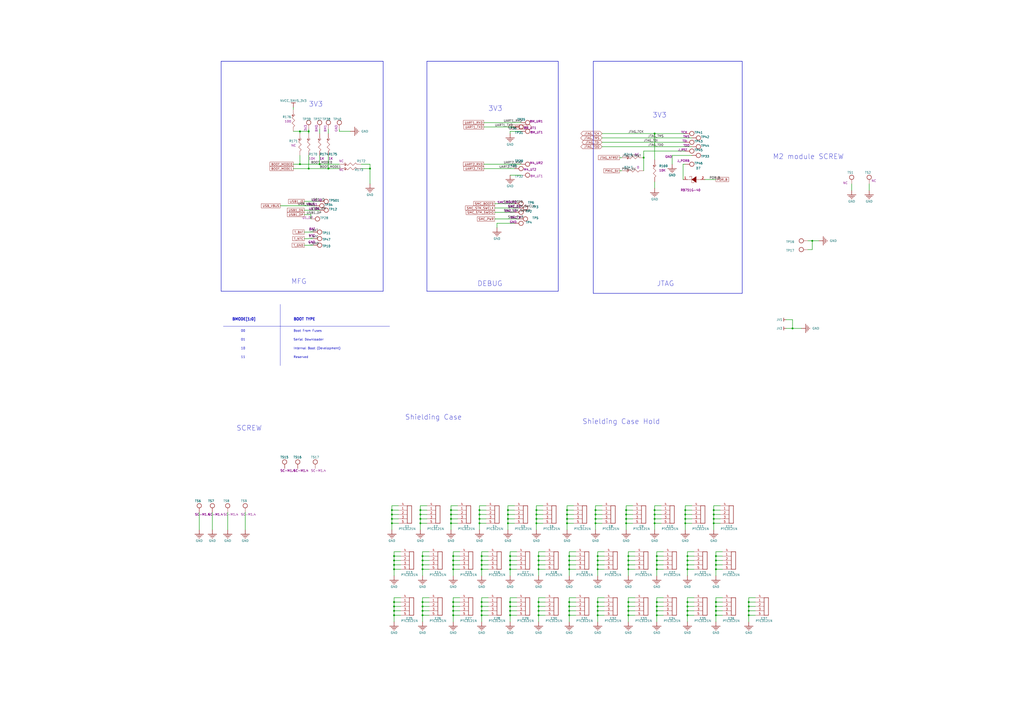
<source format=kicad_sch>
(kicad_sch (version 20241004) (generator "eeschema") (generator_version "8.99")
  (paper "A2")
  (title_block (title "Librem 5 Mainboard") (date "2024-03-21") (rev "v1.0.6.1") (company "Purism SPC") (comment 1 "GNU GPLv3+") (comment 2 "Copyright"))
  (text "3V3" (at 378.46 68.58 0) (effects (font (size 2.921 2.921)) (justify left bottom)))
  (text "10" (at 139.7 202.946 0) (effects (font (size 1.27 1.27)) (justify left bottom)))
  (text "Serial Downloader" (at 170.18 197.866 0) (effects (font (size 1.27 1.27)) (justify left bottom)))
  (text "MFG" (at 168.91 165.1 0) (effects (font (size 2.921 2.921)) (justify left bottom)))
  (text "SCREW" (at 137.16 250.19 0) (effects (font (size 2.921 2.921)) (justify left bottom)))
  (text "11" (at 139.7 208.026 0) (effects (font (size 1.27 1.27)) (justify left bottom)))
  (text "3V3" (at 179.07 62.23 0) (effects (font (size 2.921 2.921)) (justify left bottom)))
  (text "JTAG" (at 381 166.37 0) (effects (font (size 2.921 2.921)) (justify left bottom)))
  (text "Shielding Case Hold" (at 337.82 246.38 0) (effects (font (size 2.921 2.921)) (justify left bottom)))
  (text "Reserved" (at 170.18 208.026 0) (effects (font (size 1.27 1.27)) (justify left bottom)))
  (text "DEBUG" (at 276.86 166.37 0) (effects (font (size 2.921 2.921)) (justify left bottom)))
  (text "Boot From Fuses" (at 170.18 192.786 0) (effects (font (size 1.27 1.27)) (justify left bottom)))
  (text "BOOT TYPE" (at 170.18 186.182 0) (effects (font (size 1.524 1.524) (bold yes)) (justify left bottom)))
  (text "3V3" (at 283.21 64.77 0) (effects (font (size 2.921 2.921)) (justify left bottom)))
  (text "BMODE[1:0]" (at 134.62 186.182 0) (effects (font (size 1.524 1.524) (bold yes)) (justify left bottom)))
  (text "01" (at 139.7 197.866 0) (effects (font (size 1.27 1.27)) (justify left bottom)))
  (text "00" (at 139.7 192.786 0) (effects (font (size 1.27 1.27)) (justify left bottom)))
  (text "Shielding Case" (at 234.95 243.84 0) (effects (font (size 2.921 2.921)) (justify left bottom)))
  (text "Internal Boot (Development)" (at 170.18 202.946 0) (effects (font (size 1.27 1.27)) (justify left bottom)))
  (text "M2 module SCREW" (at 448.31 92.71 0) (effects (font (size 2.921 2.921)) (justify left bottom)))
  (junction (at 398.78 354.33))
  (junction (at 346.71 351.79))
  (junction (at 311.15 300.99))
  (junction (at 278.13 298.45))
  (junction (at 312.42 322.58))
  (junction (at 346.71 356.87))
  (junction (at 214.63 97.79))
  (junction (at 245.11 351.79))
  (junction (at 346.71 327.66))
  (junction (at 398.78 349.25))
  (junction (at 364.49 349.25))
  (junction (at 398.78 325.12))
  (junction (at 381 322.58))
  (junction (at 228.6 351.79))
  (junction (at 295.91 354.33))
  (junction (at 415.29 322.58))
  (junction (at 261.62 300.99))
  (junction (at 346.71 325.12))
  (junction (at 397.51 298.45))
  (junction (at 415.29 330.2))
  (junction (at 262.89 351.79))
  (junction (at 379.73 298.45))
  (junction (at 227.33 303.53))
  (junction (at 312.42 356.87))
  (junction (at 345.44 303.53))
  (junction (at 415.29 356.87))
  (junction (at 434.34 349.25))
  (junction (at 243.84 300.99))
  (junction (at 279.4 351.79))
  (junction (at 398.78 327.66))
  (junction (at 363.22 303.53))
  (junction (at 330.2 349.25))
  (junction (at 228.6 322.58))
  (junction (at 328.93 298.45))
  (junction (at 228.6 330.2))
  (junction (at 227.33 298.45))
  (junction (at 364.49 330.2))
  (junction (at 381 354.33))
  (junction (at 363.22 295.91))
  (junction (at 346.71 354.33))
  (junction (at 415.29 354.33))
  (junction (at 311.15 303.53))
  (junction (at 228.6 327.66))
  (junction (at 279.4 330.2))
  (junction (at 228.6 349.25))
  (junction (at 330.2 327.66))
  (junction (at 330.2 330.2))
  (junction (at 363.22 300.99))
  (junction (at 415.29 351.79))
  (junction (at 228.6 354.33))
  (junction (at 245.11 354.33))
  (junction (at 415.29 325.12))
  (junction (at 278.13 295.91))
  (junction (at 379.73 295.91))
  (junction (at 312.42 349.25))
  (junction (at 190.5 97.79))
  (junction (at 294.64 300.99))
  (junction (at 346.71 322.58))
  (junction (at 261.62 303.53))
  (junction (at 278.13 303.53))
  (junction (at 295.91 349.25))
  (junction (at 397.51 303.53))
  (junction (at 398.78 330.2))
  (junction (at 262.89 325.12))
  (junction (at 227.33 300.99))
  (junction (at 279.4 356.87))
  (junction (at 414.02 295.91))
  (junction (at 245.11 327.66))
  (junction (at 312.42 330.2))
  (junction (at 294.64 303.53))
  (junction (at 330.2 354.33))
  (junction (at 173.99 76.2))
  (junction (at 414.02 300.99))
  (junction (at 373.38 91.44))
  (junction (at 345.44 300.99))
  (junction (at 262.89 327.66))
  (junction (at 379.73 303.53))
  (junction (at 173.99 95.25))
  (junction (at 328.93 303.53))
  (junction (at 364.49 327.66))
  (junction (at 243.84 303.53))
  (junction (at 295.91 330.2))
  (junction (at 295.91 325.12))
  (junction (at 228.6 325.12))
  (junction (at 330.2 325.12))
  (junction (at 262.89 330.2))
  (junction (at 279.4 327.66))
  (junction (at 262.89 354.33))
  (junction (at 414.02 298.45))
  (junction (at 381 330.2))
  (junction (at 330.2 356.87))
  (junction (at 398.78 322.58))
  (junction (at 364.49 356.87))
  (junction (at 328.93 300.99))
  (junction (at 278.13 300.99))
  (junction (at 279.4 349.25))
  (junction (at 262.89 356.87))
  (junction (at 330.2 351.79))
  (junction (at 295.91 327.66))
  (junction (at 459.74 190.5))
  (junction (at 262.89 322.58))
  (junction (at 397.51 295.91))
  (junction (at 397.51 300.99))
  (junction (at 398.78 356.87))
  (junction (at 381 351.79))
  (junction (at 261.62 295.91))
  (junction (at 414.02 303.53))
  (junction (at 243.84 295.91))
  (junction (at 295.91 351.79))
  (junction (at 330.2 322.58))
  (junction (at 311.15 298.45))
  (junction (at 245.11 325.12))
  (junction (at 295.91 356.87))
  (junction (at 179.07 76.2))
  (junction (at 262.89 349.25))
  (junction (at 227.33 295.91))
  (junction (at 364.49 351.79))
  (junction (at 379.73 300.99))
  (junction (at 328.93 295.91))
  (junction (at 345.44 298.45))
  (junction (at 381 325.12))
  (junction (at 381 327.66))
  (junction (at 346.71 349.25))
  (junction (at 312.42 351.79))
  (junction (at 228.6 356.87))
  (junction (at 294.64 298.45))
  (junction (at 471.17 139.7))
  (junction (at 295.91 322.58))
  (junction (at 294.64 295.91))
  (junction (at 434.34 351.79))
  (junction (at 312.42 354.33))
  (junction (at 363.22 298.45))
  (junction (at 346.71 330.2))
  (junction (at 364.49 354.33))
  (junction (at 245.11 322.58))
  (junction (at 364.49 322.58))
  (junction (at 434.34 354.33))
  (junction (at 398.78 351.79))
  (junction (at 185.42 95.25))
  (junction (at 245.11 349.25))
  (junction (at 279.4 322.58))
  (junction (at 381 349.25))
  (junction (at 245.11 356.87))
  (junction (at 279.4 325.12))
  (junction (at 245.11 330.2))
  (junction (at 179.07 97.79))
  (junction (at 261.62 298.45))
  (junction (at 279.4 354.33))
  (junction (at 243.84 298.45))
  (junction (at 345.44 295.91))
  (junction (at 379.73 77.47))
  (junction (at 312.42 325.12))
  (junction (at 364.49 325.12))
  (junction (at 415.29 349.25))
  (junction (at 434.34 356.87))
  (junction (at 381 356.87))
  (junction (at 311.15 295.91))
  (junction (at 415.29 327.66))
  (junction (at 312.42 327.66))
  (wire (pts (xy 398.78 349.25) (xy 398.78 351.79)) (stroke (width 0.254)))
  (wire (pts (xy 415.29 351.79) (xy 415.29 354.33)) (stroke (width 0.254)))
  (wire (pts (xy 196.85 76.2) (xy 203.2 76.2)) (stroke (width 0.254)))
  (wire (pts (xy 334.01 354.33) (xy 330.2 354.33)) (stroke (width 0.254)))
  (wire (pts (xy 266.7 322.58) (xy 262.89 322.58)) (stroke (width 0.254)))
  (wire (pts (xy 364.49 327.66) (xy 364.49 330.2)) (stroke (width 0.254)))
  (wire (pts (xy 232.41 354.33) (xy 228.6 354.33)) (stroke (width 0.254)))
  (wire (pts (xy 381 349.25) (xy 381 351.79)) (stroke (width 0.254)))
  (wire (pts (xy 295.91 76.2) (xy 295.91 77.47)) (stroke (width 0.254)))
  (wire (pts (xy 312.42 356.87) (xy 312.42 360.68)) (stroke (width 0.254)))
  (polyline (pts (xy 323.85 35.56) (xy 247.65 35.56)) (stroke (width 0.254) (type solid)))
  (wire (pts (xy 266.7 351.79) (xy 262.89 351.79)) (stroke (width 0.254)))
  (wire (pts (xy 314.96 298.45) (xy 311.15 298.45)) (stroke (width 0.254)))
  (wire (pts (xy 363.22 293.37) (xy 363.22 295.91)) (stroke (width 0.254)))
  (wire (pts (xy 278.13 303.53) (xy 281.94 303.53)) (stroke (width 0.254)))
  (wire (pts (xy 417.83 295.91) (xy 414.02 295.91)) (stroke (width 0.254)))
  (wire (pts (xy 415.29 356.87) (xy 419.1 356.87)) (stroke (width 0.254)))
  (wire (pts (xy 231.14 293.37) (xy 227.33 293.37)) (stroke (width 0.254)))
  (wire (pts (xy 279.4 330.2) (xy 279.4 334.01)) (stroke (width 0.254)))
  (wire (pts (xy 419.1 327.66) (xy 415.29 327.66)) (stroke (width 0.254)))
  (wire (pts (xy 312.42 330.2) (xy 312.42 334.01)) (stroke (width 0.254)))
  (wire (pts (xy 434.34 356.87) (xy 434.34 360.68)) (stroke (width 0.254)))
  (wire (pts (xy 368.3 354.33) (xy 364.49 354.33)) (stroke (width 0.254)))
  (wire (pts (xy 396.24 95.25) (xy 397.51 95.25)) (stroke (width 0.254)))
  (wire (pts (xy 364.49 349.25) (xy 364.49 351.79)) (stroke (width 0.254)))
  (wire (pts (xy 398.78 354.33) (xy 398.78 356.87)) (stroke (width 0.254)))
  (wire (pts (xy 434.34 346.71) (xy 434.34 349.25)) (stroke (width 0.254)))
  (wire (pts (xy 295.91 325.12) (xy 295.91 327.66)) (stroke (width 0.254)))
  (wire (pts (xy 248.92 351.79) (xy 245.11 351.79)) (stroke (width 0.254)))
  (wire (pts (xy 243.84 293.37) (xy 243.84 295.91)) (stroke (width 0.254)))
  (wire (pts (xy 345.44 303.53) (xy 345.44 307.34)) (stroke (width 0.254)))
  (wire (pts (xy 334.01 322.58) (xy 330.2 322.58)) (stroke (width 0.254)))
  (wire (pts (xy 316.23 346.71) (xy 312.42 346.71)) (stroke (width 0.254)))
  (wire (pts (xy 349.25 298.45) (xy 345.44 298.45)) (stroke (width 0.254)))
  (wire (pts (xy 402.59 327.66) (xy 398.78 327.66)) (stroke (width 0.254)))
  (wire (pts (xy 262.89 354.33) (xy 262.89 356.87)) (stroke (width 0.254)))
  (wire (pts (xy 379.73 77.47) (xy 379.73 92.71)) (stroke (width 0.254)))
  (wire (pts (xy 232.41 325.12) (xy 228.6 325.12)) (stroke (width 0.254)))
  (wire (pts (xy 419.1 325.12) (xy 415.29 325.12)) (stroke (width 0.254)))
  (wire (pts (xy 379.73 77.47) (xy 397.51 77.47)) (stroke (width 0.254)))
  (wire (pts (xy 414.02 303.53) (xy 417.83 303.53)) (stroke (width 0.254)))
  (wire (pts (xy 262.89 330.2) (xy 266.7 330.2)) (stroke (width 0.254)))
  (wire (pts (xy 334.01 325.12) (xy 330.2 325.12)) (stroke (width 0.254)))
  (wire (pts (xy 350.52 327.66) (xy 346.71 327.66)) (stroke (width 0.254)))
  (wire (pts (xy 231.14 295.91) (xy 227.33 295.91)) (stroke (width 0.254)))
  (wire (pts (xy 438.15 346.71) (xy 434.34 346.71)) (stroke (width 0.254)))
  (wire (pts (xy 346.71 351.79) (xy 346.71 354.33)) (stroke (width 0.254)))
  (wire (pts (xy 312.42 351.79) (xy 312.42 354.33)) (stroke (width 0.254)))
  (wire (pts (xy 398.78 327.66) (xy 398.78 330.2)) (stroke (width 0.254)))
  (polyline (pts (xy 128.27 168.91) (xy 222.25 168.91)) (stroke (width 0.254) (type solid)))
  (wire (pts (xy 373.38 91.44) (xy 373.38 87.63)) (stroke (width 0.254)))
  (wire (pts (xy 402.59 325.12) (xy 398.78 325.12)) (stroke (width 0.254)))
  (wire (pts (xy 245.11 330.2) (xy 248.92 330.2)) (stroke (width 0.254)))
  (wire (pts (xy 334.01 346.71) (xy 330.2 346.71)) (stroke (width 0.254)))
  (wire (pts (xy 414.02 300.99) (xy 414.02 303.53)) (stroke (width 0.254)))
  (wire (pts (xy 298.45 97.79) (xy 280.67 97.79)) (stroke (width 0.254)))
  (wire (pts (xy 227.33 295.91) (xy 227.33 298.45)) (stroke (width 0.254)))
  (wire (pts (xy 471.17 139.7) (xy 474.98 139.7)) (stroke (width 0.254)))
  (wire (pts (xy 295.91 356.87) (xy 299.72 356.87)) (stroke (width 0.254)))
  (wire (pts (xy 364.49 330.2) (xy 364.49 334.01)) (stroke (width 0.254)))
  (wire (pts (xy 299.72 325.12) (xy 295.91 325.12)) (stroke (width 0.254)))
  (wire (pts (xy 179.07 97.79) (xy 190.5 97.79)) (stroke (width 0.254)))
  (wire (pts (xy 283.21 351.79) (xy 279.4 351.79)) (stroke (width 0.254)))
  (wire (pts (xy 330.2 327.66) (xy 330.2 330.2)) (stroke (width 0.254)))
  (polyline (pts (xy 430.53 35.56) (xy 344.17 35.56)) (stroke (width 0.254) (type solid)))
  (wire (pts (xy 419.1 349.25) (xy 415.29 349.25)) (stroke (width 0.254)))
  (wire (pts (xy 330.2 356.87) (xy 330.2 360.68)) (stroke (width 0.254)))
  (wire (pts (xy 247.65 298.45) (xy 243.84 298.45)) (stroke (width 0.254)))
  (wire (pts (xy 360.68 99.06) (xy 359.41 99.06)) (stroke (width 0.254)))
  (wire (pts (xy 368.3 320.04) (xy 364.49 320.04)) (stroke (width 0.254)))
  (wire (pts (xy 295.91 322.58) (xy 295.91 325.12)) (stroke (width 0.254)))
  (wire (pts (xy 332.74 295.91) (xy 328.93 295.91)) (stroke (width 0.254)))
  (wire (pts (xy 298.45 118.11) (xy 287.02 118.11)) (stroke (width 0.254)))
  (wire (pts (xy 402.59 349.25) (xy 398.78 349.25)) (stroke (width 0.254)))
  (wire (pts (xy 262.89 327.66) (xy 262.89 330.2)) (stroke (width 0.254)))
  (wire (pts (xy 373.38 99.06) (xy 373.38 91.44)) (stroke (width 0.254)))
  (wire (pts (xy 346.71 356.87) (xy 346.71 360.68)) (stroke (width 0.254)))
  (wire (pts (xy 363.22 298.45) (xy 363.22 300.99)) (stroke (width 0.254)))
  (wire (pts (xy 345.44 303.53) (xy 349.25 303.53)) (stroke (width 0.254)))
  (wire (pts (xy 283.21 320.04) (xy 279.4 320.04)) (stroke (width 0.254)))
  (wire (pts (xy 190.5 77.47) (xy 190.5 74.93)) (stroke (width 0.254)))
  (wire (pts (xy 459.74 190.5) (xy 464.82 190.5)) (stroke (width 0.254)))
  (wire (pts (xy 232.41 322.58) (xy 228.6 322.58)) (stroke (width 0.254)))
  (wire (pts (xy 368.3 349.25) (xy 364.49 349.25)) (stroke (width 0.254)))
  (wire (pts (xy 381 330.2) (xy 384.81 330.2)) (stroke (width 0.254)))
  (wire (pts (xy 349.25 80.01) (xy 401.32 80.01)) (stroke (width 0.254)))
  (polyline (pts (xy 247.65 35.56) (xy 247.65 168.91)) (stroke (width 0.254) (type solid)))
  (wire (pts (xy 180.34 127) (xy 180.34 124.46)) (stroke (width 0.254)))
  (wire (pts (xy 364.49 320.04) (xy 364.49 322.58)) (stroke (width 0.254)))
  (wire (pts (xy 364.49 356.87) (xy 368.3 356.87)) (stroke (width 0.254)))
  (wire (pts (xy 415.29 330.2) (xy 419.1 330.2)) (stroke (width 0.254)))
  (wire (pts (xy 173.99 95.25) (xy 170.18 95.25)) (stroke (width 0.254)))
  (wire (pts (xy 349.25 293.37) (xy 345.44 293.37)) (stroke (width 0.254)))
  (wire (pts (xy 345.44 295.91) (xy 345.44 298.45)) (stroke (width 0.254)))
  (wire (pts (xy 368.3 327.66) (xy 364.49 327.66)) (stroke (width 0.254)))
  (wire (pts (xy 262.89 356.87) (xy 262.89 360.68)) (stroke (width 0.254)))
  (wire (pts (xy 232.41 320.04) (xy 228.6 320.04)) (stroke (width 0.254)))
  (wire (pts (xy 248.92 346.71) (xy 245.11 346.71)) (stroke (width 0.254)))
  (wire (pts (xy 312.42 322.58) (xy 312.42 325.12)) (stroke (width 0.254)))
  (wire (pts (xy 312.42 346.71) (xy 312.42 349.25)) (stroke (width 0.254)))
  (wire (pts (xy 381 320.04) (xy 381 322.58)) (stroke (width 0.254)))
  (wire (pts (xy 302.26 95.25) (xy 280.67 95.25)) (stroke (width 0.254)))
  (wire (pts (xy 232.41 351.79) (xy 228.6 351.79)) (stroke (width 0.254)))
  (wire (pts (xy 227.33 303.53) (xy 231.14 303.53)) (stroke (width 0.254)))
  (wire (pts (xy 415.29 325.12) (xy 415.29 327.66)) (stroke (width 0.254)))
  (wire (pts (xy 402.59 354.33) (xy 398.78 354.33)) (stroke (width 0.254)))
  (wire (pts (xy 381 356.87) (xy 381 360.68)) (stroke (width 0.254)))
  (wire (pts (xy 414.02 303.53) (xy 414.02 307.34)) (stroke (width 0.254)))
  (wire (pts (xy 350.52 325.12) (xy 346.71 325.12)) (stroke (width 0.254)))
  (wire (pts (xy 295.91 330.2) (xy 295.91 334.01)) (stroke (width 0.254)))
  (wire (pts (xy 494.03 106.68) (xy 494.03 110.49)) (stroke (width 0.254)))
  (wire (pts (xy 248.92 354.33) (xy 245.11 354.33)) (stroke (width 0.254)))
  (wire (pts (xy 397.51 293.37) (xy 397.51 295.91)) (stroke (width 0.254)))
  (wire (pts (xy 248.92 322.58) (xy 245.11 322.58)) (stroke (width 0.254)))
  (wire (pts (xy 383.54 300.99) (xy 379.73 300.99)) (stroke (width 0.254)))
  (wire (pts (xy 247.65 293.37) (xy 243.84 293.37)) (stroke (width 0.254)))
  (wire (pts (xy 283.21 346.71) (xy 279.4 346.71)) (stroke (width 0.254)))
  (wire (pts (xy 182.88 119.38) (xy 162.56 119.38)) (stroke (width 0.254)))
  (wire (pts (xy 314.96 300.99) (xy 311.15 300.99)) (stroke (width 0.254)))
  (wire (pts (xy 316.23 351.79) (xy 312.42 351.79)) (stroke (width 0.254)))
  (wire (pts (xy 190.5 90.17) (xy 190.5 97.79)) (stroke (width 0.254)))
  (wire (pts (xy 384.81 351.79) (xy 381 351.79)) (stroke (width 0.254)))
  (wire (pts (xy 283.21 327.66) (xy 279.4 327.66)) (stroke (width 0.254)))
  (wire (pts (xy 349.25 82.55) (xy 397.51 82.55)) (stroke (width 0.254)))
  (wire (pts (xy 346.71 320.04) (xy 346.71 322.58)) (stroke (width 0.254)))
  (wire (pts (xy 232.41 327.66) (xy 228.6 327.66)) (stroke (width 0.254)))
  (wire (pts (xy 265.43 300.99) (xy 261.62 300.99)) (stroke (width 0.254)))
  (wire (pts (xy 379.73 300.99) (xy 379.73 303.53)) (stroke (width 0.254)))
  (wire (pts (xy 170.18 76.2) (xy 173.99 76.2)) (stroke (width 0.254)))
  (wire (pts (xy 279.4 322.58) (xy 279.4 325.12)) (stroke (width 0.254)))
  (wire (pts (xy 398.78 356.87) (xy 402.59 356.87)) (stroke (width 0.254)))
  (wire (pts (xy 279.4 356.87) (xy 283.21 356.87)) (stroke (width 0.254)))
  (wire (pts (xy 316.23 320.04) (xy 312.42 320.04)) (stroke (width 0.254)))
  (wire (pts (xy 459.74 185.42) (xy 459.74 190.5)) (stroke (width 0.254)))
  (wire (pts (xy 261.62 298.45) (xy 261.62 300.99)) (stroke (width 0.254)))
  (wire (pts (xy 328.93 303.53) (xy 328.93 307.34)) (stroke (width 0.254)))
  (wire (pts (xy 299.72 354.33) (xy 295.91 354.33)) (stroke (width 0.254)))
  (wire (pts (xy 295.91 356.87) (xy 295.91 360.68)) (stroke (width 0.254)))
  (wire (pts (xy 330.2 330.2) (xy 334.01 330.2)) (stroke (width 0.254)))
  (wire (pts (xy 279.4 346.71) (xy 279.4 349.25)) (stroke (width 0.254)))
  (wire (pts (xy 302.26 71.12) (xy 280.67 71.12)) (stroke (width 0.254)))
  (wire (pts (xy 384.81 346.71) (xy 381 346.71)) (stroke (width 0.254)))
  (wire (pts (xy 367.03 300.99) (xy 363.22 300.99)) (stroke (width 0.254)))
  (wire (pts (xy 419.1 354.33) (xy 415.29 354.33)) (stroke (width 0.254)))
  (wire (pts (xy 415.29 346.71) (xy 415.29 349.25)) (stroke (width 0.254)))
  (wire (pts (xy 350.52 320.04) (xy 346.71 320.04)) (stroke (width 0.254)))
  (wire (pts (xy 232.41 349.25) (xy 228.6 349.25)) (stroke (width 0.254)))
  (wire (pts (xy 295.91 327.66) (xy 295.91 330.2)) (stroke (width 0.254)))
  (wire (pts (xy 316.23 322.58) (xy 312.42 322.58)) (stroke (width 0.254)))
  (wire (pts (xy 185.42 116.84) (xy 176.53 116.84)) (stroke (width 0.254)))
  (polyline (pts (xy 222.25 168.91) (xy 222.25 35.56)) (stroke (width 0.254) (type solid)))
  (wire (pts (xy 279.4 356.87) (xy 279.4 360.68)) (stroke (width 0.254)))
  (wire (pts (xy 414.02 293.37) (xy 414.02 295.91)) (stroke (width 0.254)))
  (wire (pts (xy 350.52 349.25) (xy 346.71 349.25)) (stroke (width 0.254)))
  (wire (pts (xy 316.23 354.33) (xy 312.42 354.33)) (stroke (width 0.254)))
  (wire (pts (xy 332.74 293.37) (xy 328.93 293.37)) (stroke (width 0.254)))
  (wire (pts (xy 231.14 298.45) (xy 227.33 298.45)) (stroke (width 0.254)))
  (wire (pts (xy 176.53 142.24) (xy 181.61 142.24)) (stroke (width 0.254)))
  (wire (pts (xy 401.32 90.17) (xy 389.89 90.17)) (stroke (width 0.254)))
  (wire (pts (xy 455.93 185.42) (xy 459.74 185.42)) (stroke (width 0.254)))
  (wire (pts (xy 312.42 327.66) (xy 312.42 330.2)) (stroke (width 0.254)))
  (wire (pts (xy 316.23 349.25) (xy 312.42 349.25)) (stroke (width 0.254)))
  (wire (pts (xy 364.49 325.12) (xy 364.49 327.66)) (stroke (width 0.254)))
  (wire (pts (xy 245.11 330.2) (xy 245.11 334.01)) (stroke (width 0.254)))
  (wire (pts (xy 279.4 325.12) (xy 279.4 327.66)) (stroke (width 0.254)))
  (wire (pts (xy 419.1 351.79) (xy 415.29 351.79)) (stroke (width 0.254)))
  (wire (pts (xy 227.33 293.37) (xy 227.33 295.91)) (stroke (width 0.254)))
  (wire (pts (xy 312.42 354.33) (xy 312.42 356.87)) (stroke (width 0.254)))
  (wire (pts (xy 281.94 300.99) (xy 278.13 300.99)) (stroke (width 0.254)))
  (wire (pts (xy 349.25 85.09) (xy 401.32 85.09)) (stroke (width 0.254)))
  (wire (pts (xy 316.23 327.66) (xy 312.42 327.66)) (stroke (width 0.254)))
  (wire (pts (xy 283.21 354.33) (xy 279.4 354.33)) (stroke (width 0.254)))
  (wire (pts (xy 346.71 349.25) (xy 346.71 351.79)) (stroke (width 0.254)))
  (wire (pts (xy 434.34 349.25) (xy 434.34 351.79)) (stroke (width 0.254)))
  (wire (pts (xy 262.89 320.04) (xy 262.89 322.58)) (stroke (width 0.254)))
  (wire (pts (xy 330.2 351.79) (xy 330.2 354.33)) (stroke (width 0.254)))
  (polyline (pts (xy 222.25 35.56) (xy 128.27 35.56)) (stroke (width 0.254) (type solid)))
  (wire (pts (xy 245.11 325.12) (xy 245.11 327.66)) (stroke (width 0.254)))
  (wire (pts (xy 345.44 298.45) (xy 345.44 300.99)) (stroke (width 0.254)))
  (polyline (pts (xy 344.17 35.56) (xy 344.17 170.18)) (stroke (width 0.254) (type solid)))
  (wire (pts (xy 262.89 356.87) (xy 266.7 356.87)) (stroke (width 0.254)))
  (wire (pts (xy 279.4 354.33) (xy 279.4 356.87)) (stroke (width 0.254)))
  (wire (pts (xy 262.89 351.79) (xy 262.89 354.33)) (stroke (width 0.254)))
  (wire (pts (xy 173.99 95.25) (xy 185.42 95.25)) (stroke (width 0.254)))
  (wire (pts (xy 311.15 300.99) (xy 311.15 303.53)) (stroke (width 0.254)))
  (wire (pts (xy 294.64 293.37) (xy 294.64 295.91)) (stroke (width 0.254)))
  (wire (pts (xy 261.62 295.91) (xy 261.62 298.45)) (stroke (width 0.254)))
  (wire (pts (xy 245.11 327.66) (xy 245.11 330.2)) (stroke (width 0.254)))
  (wire (pts (xy 227.33 298.45) (xy 227.33 300.99)) (stroke (width 0.254)))
  (wire (pts (xy 381 325.12) (xy 381 327.66)) (stroke (width 0.254)))
  (wire (pts (xy 364.49 356.87) (xy 364.49 360.68)) (stroke (width 0.254)))
  (wire (pts (xy 228.6 330.2) (xy 228.6 334.01)) (stroke (width 0.254)))
  (wire (pts (xy 346.71 330.2) (xy 350.52 330.2)) (stroke (width 0.254)))
  (wire (pts (xy 196.85 74.93) (xy 196.85 76.2)) (stroke (width 0.254)))
  (wire (pts (xy 214.63 97.79) (xy 214.63 106.68)) (stroke (width 0.254)))
  (wire (pts (xy 334.01 349.25) (xy 330.2 349.25)) (stroke (width 0.254)))
  (wire (pts (xy 398.78 346.71) (xy 398.78 349.25)) (stroke (width 0.254)))
  (wire (pts (xy 311.15 303.53) (xy 314.96 303.53)) (stroke (width 0.254)))
  (wire (pts (xy 330.2 349.25) (xy 330.2 351.79)) (stroke (width 0.254)))
  (wire (pts (xy 312.42 320.04) (xy 312.42 322.58)) (stroke (width 0.254)))
  (wire (pts (xy 381 327.66) (xy 381 330.2)) (stroke (width 0.254)))
  (wire (pts (xy 295.91 354.33) (xy 295.91 356.87)) (stroke (width 0.254)))
  (wire (pts (xy 294.64 295.91) (xy 294.64 298.45)) (stroke (width 0.254)))
  (wire (pts (xy 231.14 300.99) (xy 227.33 300.99)) (stroke (width 0.254)))
  (wire (pts (xy 294.64 303.53) (xy 294.64 307.34)) (stroke (width 0.254)))
  (wire (pts (xy 402.59 346.71) (xy 398.78 346.71)) (stroke (width 0.254)))
  (wire (pts (xy 248.92 325.12) (xy 245.11 325.12)) (stroke (width 0.254)))
  (wire (pts (xy 349.25 300.99) (xy 345.44 300.99)) (stroke (width 0.254)))
  (wire (pts (xy 398.78 351.79) (xy 398.78 354.33)) (stroke (width 0.254)))
  (wire (pts (xy 299.72 320.04) (xy 295.91 320.04)) (stroke (width 0.254)))
  (wire (pts (xy 401.32 300.99) (xy 397.51 300.99)) (stroke (width 0.254)))
  (wire (pts (xy 232.41 346.71) (xy 228.6 346.71)) (stroke (width 0.254)))
  (wire (pts (xy 227.33 303.53) (xy 227.33 307.34)) (stroke (width 0.254)))
  (wire (pts (xy 298.45 295.91) (xy 294.64 295.91)) (stroke (width 0.254)))
  (wire (pts (xy 283.21 325.12) (xy 279.4 325.12)) (stroke (width 0.254)))
  (wire (pts (xy 364.49 322.58) (xy 364.49 325.12)) (stroke (width 0.254)))
  (wire (pts (xy 350.52 354.33) (xy 346.71 354.33)) (stroke (width 0.254)))
  (polyline (pts (xy 430.53 170.18) (xy 430.53 35.56)) (stroke (width 0.254) (type solid)))
  (wire (pts (xy 384.81 325.12) (xy 381 325.12)) (stroke (width 0.254)))
  (wire (pts (xy 278.13 295.91) (xy 278.13 298.45)) (stroke (width 0.254)))
  (wire (pts (xy 417.83 298.45) (xy 414.02 298.45)) (stroke (width 0.254)))
  (wire (pts (xy 328.93 298.45) (xy 328.93 300.99)) (stroke (width 0.254)))
  (wire (pts (xy 298.45 123.19) (xy 287.02 123.19)) (stroke (width 0.254)))
  (wire (pts (xy 349.25 77.47) (xy 379.73 77.47)) (stroke (width 0.254)))
  (wire (pts (xy 262.89 325.12) (xy 262.89 327.66)) (stroke (width 0.254)))
  (wire (pts (xy 401.32 293.37) (xy 397.51 293.37)) (stroke (width 0.254)))
  (wire (pts (xy 396.24 104.14) (xy 396.24 95.25)) (stroke (width 0.254)))
  (polyline (pts (xy 344.17 170.18) (xy 430.53 170.18)) (stroke (width 0.254) (type solid)))
  (wire (pts (xy 262.89 349.25) (xy 262.89 351.79)) (stroke (width 0.254)))
  (wire (pts (xy 295.91 346.71) (xy 295.91 349.25)) (stroke (width 0.254)))
  (wire (pts (xy 311.15 298.45) (xy 311.15 300.99)) (stroke (width 0.254)))
  (wire (pts (xy 397.51 303.53) (xy 401.32 303.53)) (stroke (width 0.254)))
  (wire (pts (xy 185.42 121.92) (xy 176.53 121.92)) (stroke (width 0.254)))
  (wire (pts (xy 379.73 303.53) (xy 379.73 307.34)) (stroke (width 0.254)))
  (polyline (pts (xy 129.54 189.23) (xy 226.06 189.23)) (stroke (width 0) (type solid)))
  (wire (pts (xy 243.84 303.53) (xy 243.84 307.34)) (stroke (width 0.254)))
  (wire (pts (xy 243.84 298.45) (xy 243.84 300.99)) (stroke (width 0.254)))
  (wire (pts (xy 398.78 320.04) (xy 398.78 322.58)) (stroke (width 0.254)))
  (wire (pts (xy 312.42 349.25) (xy 312.42 351.79)) (stroke (width 0.254)))
  (wire (pts (xy 402.59 320.04) (xy 398.78 320.04)) (stroke (width 0.254)))
  (wire (pts (xy 278.13 298.45) (xy 278.13 300.99)) (stroke (width 0.254)))
  (wire (pts (xy 312.42 356.87) (xy 316.23 356.87)) (stroke (width 0.254)))
  (wire (pts (xy 243.84 295.91) (xy 243.84 298.45)) (stroke (width 0.254)))
  (wire (pts (xy 248.92 349.25) (xy 245.11 349.25)) (stroke (width 0.254)))
  (wire (pts (xy 438.15 351.79) (xy 434.34 351.79)) (stroke (width 0.254)))
  (wire (pts (xy 334.01 320.04) (xy 330.2 320.04)) (stroke (width 0.254)))
  (wire (pts (xy 300.99 120.65) (xy 287.02 120.65)) (stroke (width 0.254)))
  (wire (pts (xy 383.54 295.91) (xy 379.73 295.91)) (stroke (width 0.254)))
  (wire (pts (xy 228.6 325.12) (xy 228.6 327.66)) (stroke (width 0.254)))
  (wire (pts (xy 245.11 356.87) (xy 245.11 360.68)) (stroke (width 0.254)))
  (wire (pts (xy 367.03 295.91) (xy 363.22 295.91)) (stroke (width 0.254)))
  (wire (pts (xy 179.07 97.79) (xy 170.18 97.79)) (stroke (width 0.254)))
  (wire (pts (xy 123.19 297.18) (xy 123.19 307.34)) (stroke (width 0.254)))
  (wire (pts (xy 328.93 295.91) (xy 328.93 298.45)) (stroke (width 0.254)))
  (wire (pts (xy 295.91 320.04) (xy 295.91 322.58)) (stroke (width 0.254)))
  (wire (pts (xy 384.81 327.66) (xy 381 327.66)) (stroke (width 0.254)))
  (wire (pts (xy 299.72 327.66) (xy 295.91 327.66)) (stroke (width 0.254)))
  (wire (pts (xy 471.17 144.78) (xy 471.17 139.7)) (stroke (width 0.254)))
  (wire (pts (xy 280.67 73.66) (xy 298.45 73.66)) (stroke (width 0.254)))
  (wire (pts (xy 438.15 354.33) (xy 434.34 354.33)) (stroke (width 0.254)))
  (wire (pts (xy 209.55 97.79) (xy 214.63 97.79)) (stroke (width 0.254)))
  (wire (pts (xy 402.59 322.58) (xy 398.78 322.58)) (stroke (width 0.254)))
  (wire (pts (xy 334.01 327.66) (xy 330.2 327.66)) (stroke (width 0.254)))
  (wire (pts (xy 384.81 349.25) (xy 381 349.25)) (stroke (width 0.254)))
  (wire (pts (xy 185.42 77.47) (xy 185.42 74.93)) (stroke (width 0.254)))
  (polyline (pts (xy 128.27 35.56) (xy 128.27 168.91)) (stroke (width 0.254) (type solid)))
  (wire (pts (xy 346.71 346.71) (xy 346.71 349.25)) (stroke (width 0.254)))
  (wire (pts (xy 266.7 325.12) (xy 262.89 325.12)) (stroke (width 0.254)))
  (wire (pts (xy 332.74 300.99) (xy 328.93 300.99)) (stroke (width 0.254)))
  (wire (pts (xy 438.15 349.25) (xy 434.34 349.25)) (stroke (width 0.254)))
  (wire (pts (xy 228.6 346.71) (xy 228.6 349.25)) (stroke (width 0.254)))
  (wire (pts (xy 368.3 322.58) (xy 364.49 322.58)) (stroke (width 0.254)))
  (wire (pts (xy 363.22 303.53) (xy 363.22 307.34)) (stroke (width 0.254)))
  (wire (pts (xy 504.19 106.68) (xy 504.19 110.49)) (stroke (width 0.254)))
  (wire (pts (xy 176.53 134.62) (xy 181.61 134.62)) (stroke (width 0.254)))
  (wire (pts (xy 243.84 303.53) (xy 247.65 303.53)) (stroke (width 0.254)))
  (wire (pts (xy 266.7 346.71) (xy 262.89 346.71)) (stroke (width 0.254)))
  (wire (pts (xy 368.3 351.79) (xy 364.49 351.79)) (stroke (width 0.254)))
  (wire (pts (xy 185.42 90.17) (xy 185.42 95.25)) (stroke (width 0.254)))
  (wire (pts (xy 379.73 298.45) (xy 379.73 300.99)) (stroke (width 0.254)))
  (wire (pts (xy 228.6 330.2) (xy 232.41 330.2)) (stroke (width 0.254)))
  (wire (pts (xy 397.51 303.53) (xy 397.51 307.34)) (stroke (width 0.254)))
  (wire (pts (xy 227.33 300.99) (xy 227.33 303.53)) (stroke (width 0.254)))
  (wire (pts (xy 414.02 295.91) (xy 414.02 298.45)) (stroke (width 0.254)))
  (polyline (pts (xy 323.85 168.91) (xy 323.85 35.56)) (stroke (width 0.254) (type solid)))
  (wire (pts (xy 311.15 303.53) (xy 311.15 307.34)) (stroke (width 0.254)))
  (wire (pts (xy 364.49 351.79) (xy 364.49 354.33)) (stroke (width 0.254)))
  (wire (pts (xy 261.62 293.37) (xy 261.62 295.91)) (stroke (width 0.254)))
  (wire (pts (xy 415.29 354.33) (xy 415.29 356.87)) (stroke (width 0.254)))
  (wire (pts (xy 401.32 295.91) (xy 397.51 295.91)) (stroke (width 0.254)))
  (wire (pts (xy 389.89 90.17) (xy 389.89 95.25)) (stroke (width 0.254)))
  (wire (pts (xy 330.2 346.71) (xy 330.2 349.25)) (stroke (width 0.254)))
  (wire (pts (xy 173.99 77.47) (xy 173.99 76.2)) (stroke (width 0.254)))
  (wire (pts (xy 279.4 320.04) (xy 279.4 322.58)) (stroke (width 0.254)))
  (wire (pts (xy 415.29 356.87) (xy 415.29 360.68)) (stroke (width 0.254)))
  (wire (pts (xy 345.44 300.99) (xy 345.44 303.53)) (stroke (width 0.254)))
  (wire (pts (xy 349.25 295.91) (xy 345.44 295.91)) (stroke (width 0.254)))
  (wire (pts (xy 173.99 90.17) (xy 173.99 95.25)) (stroke (width 0.254)))
  (wire (pts (xy 379.73 293.37) (xy 379.73 295.91)) (stroke (width 0.254)))
  (wire (pts (xy 283.21 349.25) (xy 279.4 349.25)) (stroke (width 0.254)))
  (wire (pts (xy 330.2 320.04) (xy 330.2 322.58)) (stroke (width 0.254)))
  (wire (pts (xy 398.78 356.87) (xy 398.78 360.68)) (stroke (width 0.254)))
  (wire (pts (xy 330.2 322.58) (xy 330.2 325.12)) (stroke (width 0.254)))
  (wire (pts (xy 363.22 303.53) (xy 367.03 303.53)) (stroke (width 0.254)))
  (wire (pts (xy 283.21 322.58) (xy 279.4 322.58)) (stroke (width 0.254)))
  (wire (pts (xy 346.71 330.2) (xy 346.71 334.01)) (stroke (width 0.254)))
  (wire (pts (xy 363.22 300.99) (xy 363.22 303.53)) (stroke (width 0.254)))
  (wire (pts (xy 278.13 300.99) (xy 278.13 303.53)) (stroke (width 0.254)))
  (wire (pts (xy 266.7 327.66) (xy 262.89 327.66)) (stroke (width 0.254)))
  (wire (pts (xy 243.84 300.99) (xy 243.84 303.53)) (stroke (width 0.254)))
  (wire (pts (xy 345.44 293.37) (xy 345.44 295.91)) (stroke (width 0.254)))
  (wire (pts (xy 379.73 303.53) (xy 383.54 303.53)) (stroke (width 0.254)))
  (wire (pts (xy 364.49 354.33) (xy 364.49 356.87)) (stroke (width 0.254)))
  (wire (pts (xy 245.11 349.25) (xy 245.11 351.79)) (stroke (width 0.254)))
  (wire (pts (xy 295.91 351.79) (xy 295.91 354.33)) (stroke (width 0.254)))
  (wire (pts (xy 384.81 320.04) (xy 381 320.04)) (stroke (width 0.254)))
  (wire (pts (xy 190.5 97.79) (xy 196.85 97.79)) (stroke (width 0.254)))
  (wire (pts (xy 414.02 298.45) (xy 414.02 300.99)) (stroke (width 0.254)))
  (wire (pts (xy 279.4 327.66) (xy 279.4 330.2)) (stroke (width 0.254)))
  (wire (pts (xy 381 322.58) (xy 381 325.12)) (stroke (width 0.254)))
  (wire (pts (xy 346.71 356.87) (xy 350.52 356.87)) (stroke (width 0.254)))
  (wire (pts (xy 142.24 297.18) (xy 142.24 307.34)) (stroke (width 0.254)))
  (wire (pts (xy 261.62 303.53) (xy 261.62 307.34)) (stroke (width 0.254)))
  (wire (pts (xy 281.94 293.37) (xy 278.13 293.37)) (stroke (width 0.254)))
  (wire (pts (xy 367.03 293.37) (xy 363.22 293.37)) (stroke (width 0.254)))
  (wire (pts (xy 288.29 129.54) (xy 288.29 132.08)) (stroke (width 0.254)))
  (wire (pts (xy 294.64 298.45) (xy 294.64 300.99)) (stroke (width 0.254)))
  (wire (pts (xy 350.52 351.79) (xy 346.71 351.79)) (stroke (width 0.254)))
  (wire (pts (xy 379.73 295.91) (xy 379.73 298.45)) (stroke (width 0.254)))
  (wire (pts (xy 298.45 129.54) (xy 288.29 129.54)) (stroke (width 0.254)))
  (wire (pts (xy 295.91 330.2) (xy 299.72 330.2)) (stroke (width 0.254)))
  (wire (pts (xy 228.6 356.87) (xy 232.41 356.87)) (stroke (width 0.254)))
  (wire (pts (xy 434.34 351.79) (xy 434.34 354.33)) (stroke (width 0.254)))
  (wire (pts (xy 381 356.87) (xy 384.81 356.87)) (stroke (width 0.254)))
  (wire (pts (xy 228.6 356.87) (xy 228.6 360.68)) (stroke (width 0.254)))
  (wire (pts (xy 367.03 298.45) (xy 363.22 298.45)) (stroke (width 0.254)))
  (wire (pts (xy 209.55 95.25) (xy 214.63 95.25)) (stroke (width 0.254)))
  (wire (pts (xy 346.71 325.12) (xy 346.71 327.66)) (stroke (width 0.254)))
  (wire (pts (xy 245.11 322.58) (xy 245.11 325.12)) (stroke (width 0.254)))
  (wire (pts (xy 185.42 95.25) (xy 196.85 95.25)) (stroke (width 0.254)))
  (wire (pts (xy 262.89 346.71) (xy 262.89 349.25)) (stroke (width 0.254)))
  (wire (pts (xy 302.26 101.6) (xy 295.91 101.6)) (stroke (width 0.254)))
  (wire (pts (xy 299.72 349.25) (xy 295.91 349.25)) (stroke (width 0.254)))
  (wire (pts (xy 299.72 346.71) (xy 295.91 346.71)) (stroke (width 0.254)))
  (wire (pts (xy 266.7 349.25) (xy 262.89 349.25)) (stroke (width 0.254)))
  (wire (pts (xy 228.6 327.66) (xy 228.6 330.2)) (stroke (width 0.254)))
  (wire (pts (xy 248.92 327.66) (xy 245.11 327.66)) (stroke (width 0.254)))
  (wire (pts (xy 311.15 295.91) (xy 311.15 298.45)) (stroke (width 0.254)))
  (wire (pts (xy 364.49 330.2) (xy 368.3 330.2)) (stroke (width 0.254)))
  (wire (pts (xy 266.7 320.04) (xy 262.89 320.04)) (stroke (width 0.254)))
  (wire (pts (xy 330.2 325.12) (xy 330.2 327.66)) (stroke (width 0.254)))
  (wire (pts (xy 332.74 298.45) (xy 328.93 298.45)) (stroke (width 0.254)))
  (wire (pts (xy 408.94 104.14) (xy 415.29 104.14)) (stroke (width 0.254)))
  (wire (pts (xy 278.13 303.53) (xy 278.13 307.34)) (stroke (width 0.254)))
  (wire (pts (xy 300.99 127) (xy 287.02 127)) (stroke (width 0.254)))
  (wire (pts (xy 328.93 300.99) (xy 328.93 303.53)) (stroke (width 0.254)))
  (wire (pts (xy 245.11 320.04) (xy 245.11 322.58)) (stroke (width 0.254)))
  (wire (pts (xy 262.89 330.2) (xy 262.89 334.01)) (stroke (width 0.254)))
  (wire (pts (xy 381 354.33) (xy 381 356.87)) (stroke (width 0.254)))
  (wire (pts (xy 245.11 351.79) (xy 245.11 354.33)) (stroke (width 0.254)))
  (wire (pts (xy 245.11 354.33) (xy 245.11 356.87)) (stroke (width 0.254)))
  (wire (pts (xy 415.29 349.25) (xy 415.29 351.79)) (stroke (width 0.254)))
  (wire (pts (xy 278.13 293.37) (xy 278.13 295.91)) (stroke (width 0.254)))
  (wire (pts (xy 294.64 303.53) (xy 298.45 303.53)) (stroke (width 0.254)))
  (wire (pts (xy 398.78 330.2) (xy 398.78 334.01)) (stroke (width 0.254)))
  (wire (pts (xy 334.01 351.79) (xy 330.2 351.79)) (stroke (width 0.254)))
  (wire (pts (xy 298.45 298.45) (xy 294.64 298.45)) (stroke (width 0.254)))
  (wire (pts (xy 279.4 330.2) (xy 283.21 330.2)) (stroke (width 0.254)))
  (wire (pts (xy 132.08 297.18) (xy 132.08 307.34)) (stroke (width 0.254)))
  (wire (pts (xy 397.51 298.45) (xy 397.51 300.99)) (stroke (width 0.254)))
  (wire (pts (xy 328.93 293.37) (xy 328.93 295.91)) (stroke (width 0.254)))
  (wire (pts (xy 434.34 354.33) (xy 434.34 356.87)) (stroke (width 0.254)))
  (wire (pts (xy 398.78 325.12) (xy 398.78 327.66)) (stroke (width 0.254)))
  (wire (pts (xy 383.54 293.37) (xy 379.73 293.37)) (stroke (width 0.254)))
  (wire (pts (xy 368.3 346.71) (xy 364.49 346.71)) (stroke (width 0.254)))
  (wire (pts (xy 381 330.2) (xy 381 334.01)) (stroke (width 0.254)))
  (wire (pts (xy 265.43 295.91) (xy 261.62 295.91)) (stroke (width 0.254)))
  (polyline (pts (xy 162.56 176.53) (xy 162.56 212.09)) (stroke (width 0) (type solid)))
  (wire (pts (xy 170.18 63.5) (xy 170.18 62.23)) (stroke (width 0.254)))
  (wire (pts (xy 312.42 325.12) (xy 312.42 327.66)) (stroke (width 0.254)))
  (wire (pts (xy 384.81 354.33) (xy 381 354.33)) (stroke (width 0.254)))
  (wire (pts (xy 262.89 322.58) (xy 262.89 325.12)) (stroke (width 0.254)))
  (wire (pts (xy 417.83 293.37) (xy 414.02 293.37)) (stroke (width 0.254)))
  (wire (pts (xy 373.38 87.63) (xy 397.51 87.63)) (stroke (width 0.254)))
  (wire (pts (xy 434.34 356.87) (xy 438.15 356.87)) (stroke (width 0.254)))
  (wire (pts (xy 397.51 300.99) (xy 397.51 303.53)) (stroke (width 0.254)))
  (wire (pts (xy 299.72 322.58) (xy 295.91 322.58)) (stroke (width 0.254)))
  (wire (pts (xy 350.52 346.71) (xy 346.71 346.71)) (stroke (width 0.254)))
  (wire (pts (xy 350.52 322.58) (xy 346.71 322.58)) (stroke (width 0.254)))
  (wire (pts (xy 417.83 300.99) (xy 414.02 300.99)) (stroke (width 0.254)))
  (wire (pts (xy 415.29 327.66) (xy 415.29 330.2)) (stroke (width 0.254)))
  (wire (pts (xy 214.63 95.25) (xy 214.63 97.79)) (stroke (width 0.254)))
  (wire (pts (xy 179.07 76.2) (xy 179.07 74.93)) (stroke (width 0.254)))
  (wire (pts (xy 383.54 298.45) (xy 379.73 298.45)) (stroke (width 0.254)))
  (wire (pts (xy 294.64 300.99) (xy 294.64 303.53)) (stroke (width 0.254)))
  (wire (pts (xy 360.68 91.44) (xy 359.41 91.44)) (stroke (width 0.254)))
  (wire (pts (xy 402.59 351.79) (xy 398.78 351.79)) (stroke (width 0.254)))
  (wire (pts (xy 468.63 144.78) (xy 471.17 144.78)) (stroke (width 0.254)))
  (wire (pts (xy 181.61 138.43) (xy 176.53 138.43)) (stroke (width 0.254)))
  (wire (pts (xy 248.92 320.04) (xy 245.11 320.04)) (stroke (width 0.254)))
  (wire (pts (xy 316.23 325.12) (xy 312.42 325.12)) (stroke (width 0.254)))
  (wire (pts (xy 419.1 320.04) (xy 415.29 320.04)) (stroke (width 0.254)))
  (wire (pts (xy 330.2 354.33) (xy 330.2 356.87)) (stroke (width 0.254)))
  (wire (pts (xy 281.94 298.45) (xy 278.13 298.45)) (stroke (width 0.254)))
  (wire (pts (xy 173.99 76.2) (xy 179.07 76.2)) (stroke (width 0.254)))
  (wire (pts (xy 381 346.71) (xy 381 349.25)) (stroke (width 0.254)))
  (wire (pts (xy 419.1 346.71) (xy 415.29 346.71)) (stroke (width 0.254)))
  (wire (pts (xy 266.7 354.33) (xy 262.89 354.33)) (stroke (width 0.254)))
  (wire (pts (xy 419.1 322.58) (xy 415.29 322.58)) (stroke (width 0.254)))
  (wire (pts (xy 397.51 295.91) (xy 397.51 298.45)) (stroke (width 0.254)))
  (polyline (pts (xy 247.65 168.91) (xy 323.85 168.91)) (stroke (width 0.254) (type solid)))
  (wire (pts (xy 180.34 124.46) (xy 176.53 124.46)) (stroke (width 0.254)))
  (wire (pts (xy 368.3 325.12) (xy 364.49 325.12)) (stroke (width 0.254)))
  (wire (pts (xy 228.6 354.33) (xy 228.6 356.87)) (stroke (width 0.254)))
  (wire (pts (xy 261.62 300.99) (xy 261.62 303.53)) (stroke (width 0.254)))
  (wire (pts (xy 228.6 349.25) (xy 228.6 351.79)) (stroke (width 0.254)))
  (wire (pts (xy 381 351.79) (xy 381 354.33)) (stroke (width 0.254)))
  (wire (pts (xy 228.6 351.79) (xy 228.6 354.33)) (stroke (width 0.254)))
  (wire (pts (xy 265.43 298.45) (xy 261.62 298.45)) (stroke (width 0.254)))
  (wire (pts (xy 228.6 322.58) (xy 228.6 325.12)) (stroke (width 0.254)))
  (wire (pts (xy 363.22 295.91) (xy 363.22 298.45)) (stroke (width 0.254)))
  (wire (pts (xy 379.73 109.22) (xy 379.73 105.41)) (stroke (width 0.254)))
  (wire (pts (xy 295.91 349.25) (xy 295.91 351.79)) (stroke (width 0.254)))
  (wire (pts (xy 330.2 330.2) (xy 330.2 334.01)) (stroke (width 0.254)))
  (wire (pts (xy 468.63 139.7) (xy 471.17 139.7)) (stroke (width 0.254)))
  (wire (pts (xy 179.07 90.17) (xy 179.07 97.79)) (stroke (width 0.254)))
  (wire (pts (xy 415.29 322.58) (xy 415.29 325.12)) (stroke (width 0.254)))
  (wire (pts (xy 312.42 330.2) (xy 316.23 330.2)) (stroke (width 0.254)))
  (wire (pts (xy 330.2 356.87) (xy 334.01 356.87)) (stroke (width 0.254)))
  (wire (pts (xy 228.6 320.04) (xy 228.6 322.58)) (stroke (width 0.254)))
  (wire (pts (xy 245.11 346.71) (xy 245.11 349.25)) (stroke (width 0.254)))
  (wire (pts (xy 298.45 300.99) (xy 294.64 300.99)) (stroke (width 0.254)))
  (wire (pts (xy 265.43 293.37) (xy 261.62 293.37)) (stroke (width 0.254)))
  (wire (pts (xy 247.65 300.99) (xy 243.84 300.99)) (stroke (width 0.254)))
  (wire (pts (xy 398.78 330.2) (xy 402.59 330.2)) (stroke (width 0.254)))
  (wire (pts (xy 415.29 330.2) (xy 415.29 334.01)) (stroke (width 0.254)))
  (wire (pts (xy 415.29 320.04) (xy 415.29 322.58)) (stroke (width 0.254)))
  (wire (pts (xy 384.81 322.58) (xy 381 322.58)) (stroke (width 0.254)))
  (wire (pts (xy 328.93 303.53) (xy 332.74 303.53)) (stroke (width 0.254)))
  (wire (pts (xy 401.32 298.45) (xy 397.51 298.45)) (stroke (width 0.254)))
  (wire (pts (xy 346.71 322.58) (xy 346.71 325.12)) (stroke (width 0.254)))
  (wire (pts (xy 398.78 322.58) (xy 398.78 325.12)) (stroke (width 0.254)))
  (wire (pts (xy 115.57 297.18) (xy 115.57 307.34)) (stroke (width 0.254)))
  (wire (pts (xy 311.15 293.37) (xy 311.15 295.91)) (stroke (width 0.254)))
  (wire (pts (xy 281.94 295.91) (xy 278.13 295.91)) (stroke (width 0.254)))
  (wire (pts (xy 298.45 293.37) (xy 294.64 293.37)) (stroke (width 0.254)))
  (wire (pts (xy 346.71 354.33) (xy 346.71 356.87)) (stroke (width 0.254)))
  (wire (pts (xy 245.11 356.87) (xy 248.92 356.87)) (stroke (width 0.254)))
  (wire (pts (xy 346.71 327.66) (xy 346.71 330.2)) (stroke (width 0.254)))
  (wire (pts (xy 179.07 77.47) (xy 179.07 76.2)) (stroke (width 0.254)))
  (wire (pts (xy 314.96 295.91) (xy 311.15 295.91)) (stroke (width 0.254)))
  (wire (pts (xy 302.26 76.2) (xy 295.91 76.2)) (stroke (width 0.254)))
  (wire (pts (xy 299.72 351.79) (xy 295.91 351.79)) (stroke (width 0.254)))
  (wire (pts (xy 261.62 303.53) (xy 265.43 303.53)) (stroke (width 0.254)))
  (wire (pts (xy 279.4 349.25) (xy 279.4 351.79)) (stroke (width 0.254)))
  (wire (pts (xy 247.65 295.91) (xy 243.84 295.91)) (stroke (width 0.254)))
  (wire (pts (xy 455.93 190.5) (xy 459.74 190.5)) (stroke (width 0.254)))
  (wire (pts (xy 314.96 293.37) (xy 311.15 293.37)) (stroke (width 0.254)))
  (wire (pts (xy 279.4 351.79) (xy 279.4 354.33)) (stroke (width 0.254)))
  (wire (pts (xy 364.49 346.71) (xy 364.49 349.25)) (stroke (width 0.254)))
  (label "UART1_TXD" (at 287.02 73.66 0))
  (label "JTAG_TDO" (at 375.92 85.09 0))
  (label "USB1_DN" (at 180.34 121.92 0))
  (label "JTAG_NTRST" (at 360.68 91.44 0))
  (label "T_GND" (at 179.07 142.24 0))
  (label "SMC_STM_SWDIO" (at 292.1 123.19 0))
  (label "BOOT_MODE1" (at 185.42 97.79 0))
  (label "JTAG_TDI" (at 373.38 82.55 0))
  (label "BOOT_MODE0" (at 180.34 95.25 0))
  (label "UART2_TXD" (at 289.56 97.79 0))
  (label "T_BAT" (at 179.07 134.62 0))
  (label "USB1_ID" (at 180.34 116.84 0))
  (label "POR_B" (at 411.48 104.14 0))
  (label "JTAG_TMS" (at 375.92 80.01 0))
  (label "USB1_DP" (at 177.8 124.46 0))
  (label "UART1_RXD" (at 292.1 71.12 0))
  (label "SMC_BOOT0" (at 292.1 118.11 0))
  (label "UART2_RXD" (at 292.1 95.25 0))
  (label "T_NTC" (at 179.07 138.43 0))
  (label "SMC_PWR" (at 294.64 127 0))
  (label "USB_VBUS" (at 172.72 119.38 0))
  (label "SMC_STM_SWCLK" (at 294.64 120.65 0))
  (label "PMIC_5V" (at 360.68 99.06 0))
  (label "JTAG_TCK" (at 364.49 77.47 0))
  (global_label "USB1_DN" (shape passive) (at 176.53 121.92 180) (property "Intersheetrefs" "${INTERSHEET_REFS}" (effects (hide yes))))
  (global_label "JTAG_TDO" (shape bidirectional) (at 349.25 85.09 180) (property "Intersheetrefs" "${INTERSHEET_REFS}" (effects (hide yes))))
  (global_label "USB_VBUS" (shape passive) (at 162.56 119.38 180) (property "Intersheetrefs" "${INTERSHEET_REFS}" (effects (hide yes))))
  (global_label "UART1_RXD" (shape passive) (at 280.67 71.12 180) (property "Intersheetrefs" "${INTERSHEET_REFS}" (effects (hide yes))))
  (global_label "SMC_STM_SWCLK" (shape passive) (at 287.02 120.65 180) (property "Intersheetrefs" "${INTERSHEET_REFS}" (effects (hide yes))))
  (global_label "POR_B" (shape passive) (at 415.29 104.14 0) (property "Intersheetrefs" "${INTERSHEET_REFS}" (effects (hide yes))))
  (global_label "T_GND" (shape passive) (at 176.53 142.24 180) (property "Intersheetrefs" "${INTERSHEET_REFS}" (effects (hide yes))))
  (global_label "SMC_BOOT0" (shape passive) (at 287.02 118.11 180) (property "Intersheetrefs" "${INTERSHEET_REFS}" (effects (hide yes))))
  (global_label "T_BAT" (shape passive) (at 176.53 134.62 180) (property "Intersheetrefs" "${INTERSHEET_REFS}" (effects (hide yes))))
  (global_label "UART2_TXD" (shape passive) (at 280.67 97.79 180) (property "Intersheetrefs" "${INTERSHEET_REFS}" (effects (hide yes))))
  (global_label "UART1_TXD" (shape passive) (at 280.67 73.66 180) (property "Intersheetrefs" "${INTERSHEET_REFS}" (effects (hide yes))))
  (global_label "JTAG_TCK" (shape bidirectional) (at 349.25 77.47 180) (property "Intersheetrefs" "${INTERSHEET_REFS}" (effects (hide yes))))
  (global_label "UART2_RXD" (shape passive) (at 280.67 95.25 180) (property "Intersheetrefs" "${INTERSHEET_REFS}" (effects (hide yes))))
  (global_label "JTAG_TMS" (shape bidirectional) (at 349.25 80.01 180) (property "Intersheetrefs" "${INTERSHEET_REFS}" (effects (hide yes))))
  (global_label "USB1_ID" (shape passive) (at 176.53 116.84 180) (property "Intersheetrefs" "${INTERSHEET_REFS}" (effects (hide yes))))
  (global_label "T_NTC" (shape passive) (at 176.53 138.43 180) (property "Intersheetrefs" "${INTERSHEET_REFS}" (effects (hide yes))))
  (global_label "BOOT_MODE1" (shape passive) (at 170.18 97.79 180) (property "Intersheetrefs" "${INTERSHEET_REFS}" (effects (hide yes))))
  (global_label "SMC_STM_SWDIO" (shape passive) (at 287.02 123.19 180) (property "Intersheetrefs" "${INTERSHEET_REFS}" (effects (hide yes))))
  (global_label "PMIC_5V" (shape passive) (at 359.41 99.06 180) (property "Intersheetrefs" "${INTERSHEET_REFS}" (effects (hide yes))))
  (global_label "UART1_TXD" (shape bidirectional) (at 294.64 73.66 0) (property "Intersheetrefs" "${INTERSHEET_REFS}" (effects (hide yes))))
  (global_label "BOOT_MODE0" (shape passive) (at 170.18 95.25 180) (property "Intersheetrefs" "${INTERSHEET_REFS}" (effects (hide yes))))
  (global_label "USB1_DP" (shape passive) (at 176.53 124.46 180) (property "Intersheetrefs" "${INTERSHEET_REFS}" (effects (hide yes))))
  (global_label "SMC_PWR" (shape passive) (at 287.02 127 180) (property "Intersheetrefs" "${INTERSHEET_REFS}" (effects (hide yes))))
  (global_label "JTAG_TDI" (shape bidirectional) (at 349.25 82.55 180) (property "Intersheetrefs" "${INTERSHEET_REFS}" (effects (hide yes))))
  (global_label "JTAG_NTRST" (shape passive) (at 359.41 91.44 180) (property "Intersheetrefs" "${INTERSHEET_REFS}" (effects (hide yes))))
  (symbol (lib_id "C-22_DEBUG_MFG:root_0_PTC3121N") (at 424.18 356.87 0) (unit 1)
    (property "Reference" "E36" (at 424.18 359.41 0) (effects (justify bottom)))
    (property "Value" "PTC3121N" (at 424.18 359.41 0) (effects (justify top)))
    (property "Footprint" "PTC3021N-6.7X0.8" (effects (hide yes)))
    (property "MFG_NAME" "POCONS" (effects (hide yes)))
    (property "PCB FOOTPRINT" "0.8x4.4X0.8mm" (effects (hide yes)))
    (property "GEOMETRY.HEIGHT" "0.8MM" (effects (hide yes)))
    (property "PCB DECAL" "PTC3021N-6.7X0.8" (effects (hide yes)))
  )
  (symbol (lib_id "C-22_DEBUG_MFG:GND") (at 295.91 360.68 0) (unit 1)
    (property "Reference" "#PWR?" (effects (hide yes)))
    (property "Value" "GND" (at 295.91 367.03 0))
  )
  (symbol (lib_id "C-22_DEBUG_MFG:GND") (at 504.19 110.49 0) (unit 1)
    (property "Reference" "#PWR?" (effects (hide yes)))
    (property "Value" "GND" (at 504.19 116.84 0))
  )
  (symbol (lib_id "C-22_DEBUG_MFG:root_0_PTC3121N") (at 270.51 303.53 0) (unit 1)
    (property "Reference" "E3" (at 270.51 306.07 0) (effects (justify bottom)))
    (property "Value" "PTC3121N" (at 270.51 306.07 0) (effects (justify top)))
    (property "Footprint" "PTC3021N-6.7X0.8" (effects (hide yes)))
    (property "MFG_NAME" "POCONS" (effects (hide yes)))
    (property "PCB FOOTPRINT" "0.8x4.4X0.8mm" (effects (hide yes)))
    (property "GEOMETRY.HEIGHT" "0.8MM" (effects (hide yes)))
    (property "PCB DECAL" "PTC3021N-6.7X0.8" (effects (hide yes)))
  )
  (symbol (lib_id "C-22_DEBUG_MFG:root_0_PTC3121N") (at 388.62 303.53 0) (unit 1)
    (property "Reference" "E10" (at 388.62 306.07 0) (effects (justify bottom)))
    (property "Value" "PTC3121N" (at 388.62 306.07 0) (effects (justify top)))
    (property "Footprint" "PTC3021N-6.7X0.8" (effects (hide yes)))
    (property "MFG_NAME" "POCONS" (effects (hide yes)))
    (property "PCB FOOTPRINT" "0.8x4.4X0.8mm" (effects (hide yes)))
    (property "GEOMETRY.HEIGHT" "0.8MM" (effects (hide yes)))
    (property "PCB DECAL" "PTC3021N-6.7X0.8" (effects (hide yes)))
  )
  (symbol (lib_id "C-22_DEBUG_MFG:root_0_RES_2") (at 176.53 87.63 0) (unit 1)
    (property "Reference" "R170" (at 179.07 90.17 0) (effects (justify left bottom)))
    (property "Value" "RES_2" (effects (hide yes)))
    (property "Footprint" "RES-0201" (effects (hide yes)))
    (property "PCB DECAL" "RES-0201" (effects (hide yes)))
    (property "DESCRIPTION" "Resistor Chip 0201 10K Ohm 1/16W 1% RALEC" (effects (hide yes)))
    (property "VALUE" "10K" (at 179.07 92.71 0) (effects (justify left bottom)))
    (property "GEOMETRY.HEIGHT" "0.3MM" (effects (hide yes)))
    (property "PCB FOOTPRINT" "201" (effects (hide yes)))
  )
  (symbol (lib_id "C-22_DEBUG_MFG:GND") (at 203.2 76.2 90) (unit 1)
    (property "Reference" "#PWR?" (effects (hide yes)))
    (property "Value" "GND" (at 209.55 76.2 90) (effects (justify right)))
  )
  (symbol (lib_id "C-22_DEBUG_MFG:GND") (at 228.6 360.68 0) (unit 1)
    (property "Reference" "#PWR?" (effects (hide yes)))
    (property "Value" "GND" (at 228.6 367.03 0))
  )
  (symbol (lib_id "C-22_DEBUG_MFG:root_0_PTC3121N") (at 407.67 356.87 0) (unit 1)
    (property "Reference" "E35" (at 407.67 359.41 0) (effects (justify bottom)))
    (property "Value" "PTC3121N" (at 407.67 359.41 0) (effects (justify top)))
    (property "Footprint" "PTC3021N-6.7X0.8" (effects (hide yes)))
    (property "MFG_NAME" "POCONS" (effects (hide yes)))
    (property "PCB FOOTPRINT" "0.8x4.4X0.8mm" (effects (hide yes)))
    (property "GEOMETRY.HEIGHT" "0.8MM" (effects (hide yes)))
    (property "PCB DECAL" "PTC3021N-6.7X0.8" (effects (hide yes)))
  )
  (symbol (lib_id "C-22_DEBUG_MFG:root_0_PTC3121N") (at 406.4 303.53 0) (unit 1)
    (property "Reference" "E11" (at 406.4 306.07 0) (effects (justify bottom)))
    (property "Value" "PTC3121N" (at 406.4 306.07 0) (effects (justify top)))
    (property "Footprint" "PTC3021N-6.7X0.8" (effects (hide yes)))
    (property "MFG_NAME" "POCONS" (effects (hide yes)))
    (property "PCB FOOTPRINT" "0.8x4.4X0.8mm" (effects (hide yes)))
    (property "GEOMETRY.HEIGHT" "0.8MM" (effects (hide yes)))
    (property "PCB DECAL" "PTC3021N-6.7X0.8" (effects (hide yes)))
  )
  (symbol (lib_id "C-22_DEBUG_MFG:root_0_PTC3121N") (at 320.04 303.53 0) (unit 1)
    (property "Reference" "E6" (at 320.04 306.07 0) (effects (justify bottom)))
    (property "Value" "PTC3121N" (at 320.04 306.07 0) (effects (justify top)))
    (property "Footprint" "PTC3021N-6.7X0.8" (effects (hide yes)))
    (property "MFG_NAME" "POCONS" (effects (hide yes)))
    (property "PCB FOOTPRINT" "0.8x4.4X0.8mm" (effects (hide yes)))
    (property "GEOMETRY.HEIGHT" "0.8MM" (effects (hide yes)))
    (property "PCB DECAL" "PTC3021N-6.7X0.8" (effects (hide yes)))
  )
  (symbol (lib_id "C-22_DEBUG_MFG:NVCC_SNVS_3V3") (at 170.18 62.23 180) (unit 1)
    (property "Reference" "#PWR?" (effects (hide yes)))
    (property "Value" "NVCC_SNVS_3V3" (at 170.18 58.42 0))
  )
  (symbol (lib_id "C-22_DEBUG_MFG:root_0_PTC3121N") (at 373.38 356.87 0) (unit 1)
    (property "Reference" "E33" (at 373.38 359.41 0) (effects (justify bottom)))
    (property "Value" "PTC3121N" (at 373.38 359.41 0) (effects (justify top)))
    (property "Footprint" "PTC3021N-6.7X0.8" (effects (hide yes)))
    (property "MFG_NAME" "POCONS" (effects (hide yes)))
    (property "PCB FOOTPRINT" "0.8x4.4X0.8mm" (effects (hide yes)))
    (property "GEOMETRY.HEIGHT" "0.8MM" (effects (hide yes)))
    (property "PCB DECAL" "PTC3021N-6.7X0.8" (effects (hide yes)))
  )
  (symbol (lib_id "C-22_DEBUG_MFG:root_0_RES_2") (at 167.64 73.66 0) (unit 1)
    (property "Reference" "R176" (at 163.83 68.58 0) (effects (justify left bottom)))
    (property "Value" "RES_2" (effects (hide yes)))
    (property "Footprint" "RES-0201" (effects (hide yes)))
    (property "PCB DECAL" "RES-0201" (effects (hide yes)))
    (property "DESCRIPTION" "Resistor Chip 0201 100R Ohm 1/16W 1% RALEC" (effects (hide yes)))
    (property "VALUE" "100" (at 165.1 71.12 0) (effects (justify left bottom)))
    (property "GEOMETRY.HEIGHT" "0.3MM" (effects (hide yes)))
    (property "PCB FOOTPRINT" "201" (effects (hide yes)))
  )
  (symbol (lib_id "C-22_DEBUG_MFG:GND") (at 279.4 360.68 0) (unit 1)
    (property "Reference" "#PWR?" (effects (hide yes)))
    (property "Value" "GND" (at 279.4 367.03 0))
  )
  (symbol (lib_id "C-22_DEBUG_MFG:root_0_PTC3121N") (at 354.33 303.53 0) (unit 1)
    (property "Reference" "E8" (at 354.33 306.07 0) (effects (justify bottom)))
    (property "Value" "PTC3121N" (at 354.33 306.07 0) (effects (justify top)))
    (property "Footprint" "PTC3021N-6.7X0.8" (effects (hide yes)))
    (property "MFG_NAME" "POCONS" (effects (hide yes)))
    (property "PCB FOOTPRINT" "0.8x4.4X0.8mm" (effects (hide yes)))
    (property "GEOMETRY.HEIGHT" "0.8MM" (effects (hide yes)))
    (property "PCB DECAL" "PTC3021N-6.7X0.8" (effects (hide yes)))
  )
  (symbol (lib_id "C-22_DEBUG_MFG:GND") (at 379.73 109.22 0) (unit 1)
    (property "Reference" "#PWR?" (effects (hide yes)))
    (property "Value" "GND" (at 379.73 115.57 0))
  )
  (symbol (lib_id "C-22_DEBUG_MFG:root_0_PTC3121N") (at 271.78 330.2 0) (unit 1)
    (property "Reference" "E15" (at 271.78 332.74 0) (effects (justify bottom)))
    (property "Value" "PTC3121N" (at 271.78 332.74 0) (effects (justify top)))
    (property "Footprint" "PTC3021N-6.7X0.8" (effects (hide yes)))
    (property "MFG_NAME" "POCONS" (effects (hide yes)))
    (property "PCB FOOTPRINT" "0.8x4.4X0.8mm" (effects (hide yes)))
    (property "GEOMETRY.HEIGHT" "0.8MM" (effects (hide yes)))
    (property "PCB DECAL" "PTC3021N-6.7X0.8" (effects (hide yes)))
  )
  (symbol (lib_id "C-22_DEBUG_MFG:GND") (at 346.71 334.01 0) (unit 1)
    (property "Reference" "#PWR?" (effects (hide yes)))
    (property "Value" "GND" (at 346.71 340.36 0))
  )
  (symbol (lib_id "C-22_DEBUG_MFG:root_0_SC-M1.4") (at 180.34 269.24 0) (unit 1)
    (property "Reference" "TS17" (at 180.34 265.938 0) (effects (justify left bottom)))
    (property "Value" "SC-M1.4" (effects (hide yes)))
    (property "Footprint" "SC-M1.4" (effects (hide yes)))
    (property "PCB DECAL" "SC-M1.4" (effects (hide yes)))
    (property "DESCRIPTION" "Z" (effects (hide yes)))
    (property "VALUE" "SC-M1.4" (at 180.34 272.288 0) (effects (justify left top)))
  )
  (symbol (lib_id "C-22_DEBUG_MFG:root_0_mirrored_T_POINT_R") (at 186.69 140.97 0) (unit 1)
    (property "Reference" "TP47" (at 191.77 139.7 0) (effects (justify right bottom)))
    (property "Value" "T_POINT_R" (effects (hide yes)))
    (property "Footprint" "SIP-1PF" (effects (hide yes)))
    (property "DESCRIPTION" "Z" (effects (hide yes)))
    (property "PCB DECAL" "SIP-1PF" (effects (hide yes)))
    (property "VALUE" "NTC" (at 182.88 135.89 0) (effects (justify right top)))
  )
  (symbol (lib_id "C-22_DEBUG_MFG:root_0_mirrored_DIODE_SCHTKY_0") (at 406.4 106.68 0) (unit 1)
    (property "Reference" "D7" (at 406.4 98.298 0) (effects (justify right bottom)))
    (property "Value" "DIODE_SCHTKY_0" (effects (hide yes)))
    (property "Footprint" "3D-SOD723" (effects (hide yes)))
    (property "PCB DECAL" "3D-SOD723" (effects (hide yes)))
    (property "DESCRIPTION" "Diode schottky SOD723 40V 30mA mark:5 RB751G-40 ³¤µç" (effects (hide yes)))
    (property "VALUE" "RB751G-40" (at 406.4 110.998 0) (effects (justify right bottom)))
    (property "GEOMETRY.HEIGHT" "0.55MM" (effects (hide yes)))
    (property "PCB FOOTPRINT" "SOD723  1x0.6x0.5mm" (effects (hide yes)))
  )
  (symbol (lib_id "C-22_DEBUG_MFG:root_2_T_POINT_R") (at 190.5 114.3 0) (unit 1)
    (property "Reference" "TP501" (at 196.85 115.57 0) (effects (justify right top)))
    (property "Value" "T_POINT_R" (effects (hide yes)))
    (property "Footprint" "SIP-1PF" (effects (hide yes)))
    (property "DESCRIPTION" "Z" (effects (hide yes)))
    (property "PCB DECAL" "SIP-1PF" (effects (hide yes)))
    (property "VALUE" "U1_ID" (at 186.69 116.84 0) (effects (justify right bottom)))
  )
  (symbol (lib_id "C-22_DEBUG_MFG:root_0_PTC3121N") (at 372.11 303.53 0) (unit 1)
    (property "Reference" "E9" (at 372.11 306.07 0) (effects (justify bottom)))
    (property "Value" "PTC3121N" (at 372.11 306.07 0) (effects (justify top)))
    (property "Footprint" "PTC3021N-6.7X0.8" (effects (hide yes)))
    (property "MFG_NAME" "POCONS" (effects (hide yes)))
    (property "PCB FOOTPRINT" "0.8x4.4X0.8mm" (effects (hide yes)))
    (property "GEOMETRY.HEIGHT" "0.8MM" (effects (hide yes)))
    (property "PCB DECAL" "PTC3021N-6.7X0.8" (effects (hide yes)))
  )
  (symbol (lib_id "C-22_DEBUG_MFG:root_0_RES_2") (at 171.45 87.63 0) (unit 1)
    (property "Reference" "R171" (at 167.64 82.55 0) (effects (justify left bottom)))
    (property "Value" "RES_2" (effects (hide yes)))
    (property "Footprint" "RES-0201" (effects (hide yes)))
    (property "PCB DECAL" "RES-0201" (effects (hide yes)))
    (property "DESCRIPTION" "Z Resistor Chip 0201 10K Ohm 1/16W 1% RALEC" (effects (hide yes)))
    (property "VALUE" "NC" (at 168.91 85.09 0) (effects (justify left bottom)))
    (property "GEOMETRY.HEIGHT" "0.3MM" (effects (hide yes)))
    (property "PCB FOOTPRINT" "201" (effects (hide yes)))
  )
  (symbol (lib_id "C-22_DEBUG_MFG:root_0_PTC3121N") (at 389.89 330.2 0) (unit 1)
    (property "Reference" "E22" (at 389.89 332.74 0) (effects (justify bottom)))
    (property "Value" "PTC3121N" (at 389.89 332.74 0) (effects (justify top)))
    (property "Footprint" "PTC3021N-6.7X0.8" (effects (hide yes)))
    (property "MFG_NAME" "POCONS" (effects (hide yes)))
    (property "PCB FOOTPRINT" "0.8x4.4X0.8mm" (effects (hide yes)))
    (property "GEOMETRY.HEIGHT" "0.8MM" (effects (hide yes)))
    (property "PCB DECAL" "PTC3021N-6.7X0.8" (effects (hide yes)))
  )
  (symbol (lib_id "C-22_DEBUG_MFG:root_2_T_POINT_R") (at 307.34 73.66 0) (unit 1)
    (property "Reference" "TP31" (at 303.53 76.2 0) (effects (justify right top)))
    (property "Value" "T_POINT_R" (effects (hide yes)))
    (property "Footprint" "SIP-1PF" (effects (hide yes)))
    (property "DESCRIPTION" "Z" (effects (hide yes)))
    (property "PCB DECAL" "SIP-1PF" (effects (hide yes)))
    (property "VALUE" "8M_UT1" (at 314.96 77.47 0) (effects (justify right bottom)))
  )
  (symbol (lib_id "C-22_DEBUG_MFG:root_0_mirrored_T_POINT_R") (at 406.4 92.71 0) (unit 1)
    (property "Reference" "TP33" (at 411.48 91.44 0) (effects (justify right bottom)))
    (property "Value" "T_POINT_R" (effects (hide yes)))
    (property "Footprint" "SIP-1PF" (effects (hide yes)))
    (property "PCB DECAL" "SIP-1PF" (effects (hide yes)))
    (property "DESCRIPTION" "Z" (effects (hide yes)))
    (property "VALUE" "GND" (at 389.89 90.17 0) (effects (justify right top)))
  )
  (symbol (lib_id "C-22_DEBUG_MFG:root_3_mirrored_T_POINT_R") (at 193.04 69.85 0) (unit 1)
    (property "Reference" "TP38" (at 191.77 69.85 0) (effects (justify right bottom)))
    (property "Value" "T_POINT_R" (effects (hide yes)))
    (property "Footprint" "SIP-1PF" (effects (hide yes)))
    (property "PCB DECAL" "SIP-1PF" (effects (hide yes)))
    (property "DESCRIPTION" "Z" (effects (hide yes)))
    (property "VALUE" "BM1" (at 187.96 72.39 90) (effects (justify right top)))
  )
  (symbol (lib_id "C-22_DEBUG_MFG:root_2_T_POINT_R") (at 402.59 85.09 0) (unit 1)
    (property "Reference" "TP45" (at 407.67 86.36 0) (effects (justify right top)))
    (property "Value" "T_POINT_R" (effects (hide yes)))
    (property "Footprint" "SIP-1PF" (effects (hide yes)))
    (property "PCB DECAL" "SIP-1PF" (effects (hide yes)))
    (property "DESCRIPTION" "Z" (effects (hide yes)))
    (property "VALUE" "J_RST" (at 398.78 87.63 0) (effects (justify right bottom)))
  )
  (symbol (lib_id "C-22_DEBUG_MFG:GND") (at 434.34 360.68 0) (unit 1)
    (property "Reference" "#PWR?" (effects (hide yes)))
    (property "Value" "GND" (at 434.34 367.03 0))
  )
  (symbol (lib_id "C-22_DEBUG_MFG:root_2_T_POINT_R") (at 307.34 92.71 0) (unit 1)
    (property "Reference" "TP29" (at 303.53 92.71 0) (effects (justify right top)))
    (property "Value" "T_POINT_R" (effects (hide yes)))
    (property "Footprint" "SIP-1PF" (effects (hide yes)))
    (property "DESCRIPTION" "Z" (effects (hide yes)))
    (property "PCB DECAL" "SIP-1PF" (effects (hide yes)))
    (property "VALUE" "M4_UR2" (at 314.96 95.25 0) (effects (justify right bottom)))
  )
  (symbol (lib_id "C-22_DEBUG_MFG:GND") (at 261.62 307.34 0) (unit 1)
    (property "Reference" "#PWR?" (effects (hide yes)))
    (property "Value" "GND" (at 261.62 313.69 0))
  )
  (symbol (lib_id "C-22_DEBUG_MFG:root_0_PTC3121N") (at 339.09 356.87 0) (unit 1)
    (property "Reference" "E31" (at 339.09 359.41 0) (effects (justify bottom)))
    (property "Value" "PTC3121N" (at 339.09 359.41 0) (effects (justify top)))
    (property "Footprint" "PTC3021N-6.7X0.8" (effects (hide yes)))
    (property "MFG_NAME" "POCONS" (effects (hide yes)))
    (property "PCB FOOTPRINT" "0.8x4.4X0.8mm" (effects (hide yes)))
    (property "GEOMETRY.HEIGHT" "0.8MM" (effects (hide yes)))
    (property "PCB DECAL" "PTC3021N-6.7X0.8" (effects (hide yes)))
  )
  (symbol (lib_id "C-22_DEBUG_MFG:GND") (at 398.78 334.01 0) (unit 1)
    (property "Reference" "#PWR?" (effects (hide yes)))
    (property "Value" "GND" (at 398.78 340.36 0))
  )
  (symbol (lib_id "C-22_DEBUG_MFG:root_0_PTC3121N") (at 288.29 356.87 0) (unit 1)
    (property "Reference" "E28" (at 288.29 359.41 0) (effects (justify bottom)))
    (property "Value" "PTC3121N" (at 288.29 359.41 0) (effects (justify top)))
    (property "Footprint" "PTC3021N-6.7X0.8" (effects (hide yes)))
    (property "MFG_NAME" "POCONS" (effects (hide yes)))
    (property "PCB FOOTPRINT" "0.8x4.4X0.8mm" (effects (hide yes)))
    (property "GEOMETRY.HEIGHT" "0.8MM" (effects (hide yes)))
    (property "PCB DECAL" "PTC3021N-6.7X0.8" (effects (hide yes)))
  )
  (symbol (lib_id "C-22_DEBUG_MFG:GND") (at 312.42 334.01 0) (unit 1)
    (property "Reference" "#PWR?" (effects (hide yes)))
    (property "Value" "GND" (at 312.42 340.36 0))
  )
  (symbol (lib_id "C-22_DEBUG_MFG:root_2_T_POINT_R") (at 307.34 68.58 0) (unit 1)
    (property "Reference" "TP35" (at 304.8 68.58 0) (effects (justify right top)))
    (property "Value" "T_POINT_R" (effects (hide yes)))
    (property "Footprint" "SIP-1PF" (effects (hide yes)))
    (property "DESCRIPTION" "Z" (effects (hide yes)))
    (property "PCB DECAL" "SIP-1PF" (effects (hide yes)))
    (property "VALUE" "8M_UR1" (at 314.96 71.12 0) (effects (justify right bottom)))
  )
  (symbol (lib_id "C-22_DEBUG_MFG:root_0_SC-M1.4") (at 162.56 269.24 0) (unit 1)
    (property "Reference" "TS15" (at 162.56 265.938 0) (effects (justify left bottom)))
    (property "Value" "SC-M1.4" (effects (hide yes)))
    (property "Footprint" "SC-M1.4" (effects (hide yes)))
    (property "PCB DECAL" "SC-M1.4" (effects (hide yes)))
    (property "DESCRIPTION" "Z" (effects (hide yes)))
    (property "VALUE" "SC-M1.4" (at 162.56 272.288 0) (effects (justify left top)))
  )
  (symbol (lib_id "C-22_DEBUG_MFG:GND") (at 381 360.68 0) (unit 1)
    (property "Reference" "#PWR?" (effects (hide yes)))
    (property "Value" "GND" (at 381 367.03 0))
  )
  (symbol (lib_id "C-22_DEBUG_MFG:root_0_PTC3121N") (at 237.49 330.2 0) (unit 1)
    (property "Reference" "E13" (at 237.49 332.74 0) (effects (justify bottom)))
    (property "Value" "PTC3121N" (at 237.49 332.74 0) (effects (justify top)))
    (property "Footprint" "PTC3021N-6.7X0.8" (effects (hide yes)))
    (property "MFG_NAME" "POCONS" (effects (hide yes)))
    (property "PCB FOOTPRINT" "0.8x4.4X0.8mm" (effects (hide yes)))
    (property "GEOMETRY.HEIGHT" "0.8MM" (effects (hide yes)))
    (property "PCB DECAL" "PTC3021N-6.7X0.8" (effects (hide yes)))
  )
  (symbol (lib_id "C-22_DEBUG_MFG:root_1_RES_2") (at 370.84 93.98 0) (unit 1)
    (property "Reference" "R246" (at 367.03 88.9 0) (effects (justify right top)))
    (property "Value" "RES_2" (effects (hide yes)))
    (property "Footprint" "RES-0201" (effects (hide yes)))
    (property "PCB DECAL" "RES-0201" (effects (hide yes)))
    (property "DESCRIPTION" "Z Resistor Chip 0201 10K Ohm 1/16W 1% RALEC" (effects (hide yes)))
    (property "VALUE" "NC" (at 370.84 88.9 0) (effects (justify right top)))
    (property "GEOMETRY.HEIGHT" "0.3MM" (effects (hide yes)))
    (property "PCB FOOTPRINT" "201" (effects (hide yes)))
  )
  (symbol (lib_id "C-22_DEBUG_MFG:root_3_mirrored_T_POINT_R") (at 181.61 69.85 0) (unit 1)
    (property "Reference" "TP39" (at 180.34 69.85 0) (effects (justify right bottom)))
    (property "Value" "T_POINT_R" (effects (hide yes)))
    (property "Footprint" "SIP-1PF" (effects (hide yes)))
    (property "PCB DECAL" "SIP-1PF" (effects (hide yes)))
    (property "DESCRIPTION" "Z" (effects (hide yes)))
    (property "VALUE" "3V3" (at 176.53 72.39 90) (effects (justify right top)))
  )
  (symbol (lib_id "C-22_DEBUG_MFG:root_0_PTC3121N") (at 355.6 356.87 0) (unit 1)
    (property "Reference" "E32" (at 355.6 359.41 0) (effects (justify bottom)))
    (property "Value" "PTC3121N" (at 355.6 359.41 0) (effects (justify top)))
    (property "Footprint" "PTC3021N-6.7X0.8" (effects (hide yes)))
    (property "MFG_NAME" "POCONS" (effects (hide yes)))
    (property "PCB FOOTPRINT" "0.8x4.4X0.8mm" (effects (hide yes)))
    (property "GEOMETRY.HEIGHT" "0.8MM" (effects (hide yes)))
    (property "PCB DECAL" "PTC3021N-6.7X0.8" (effects (hide yes)))
  )
  (symbol (lib_id "C-22_DEBUG_MFG:root_0_SC-M1.4") (at 120.65 294.64 0) (unit 1)
    (property "Reference" "TS7" (at 120.65 291.338 0) (effects (justify left bottom)))
    (property "Value" "SC-M1.4" (effects (hide yes)))
    (property "Footprint" "SC-M1.4" (effects (hide yes)))
    (property "PCB DECAL" "SC-M1.4" (effects (hide yes)))
    (property "DESCRIPTION" "Z" (effects (hide yes)))
    (property "VALUE" "SC-M1.4" (at 120.65 297.688 0) (effects (justify left top)))
  )
  (symbol (lib_id "C-22_DEBUG_MFG:root_3_mirrored_T_POINT_R") (at 187.96 69.85 0) (unit 1)
    (property "Reference" "TP37" (at 186.69 69.85 0) (effects (justify right bottom)))
    (property "Value" "T_POINT_R" (effects (hide yes)))
    (property "Footprint" "SIP-1PF" (effects (hide yes)))
    (property "PCB DECAL" "SIP-1PF" (effects (hide yes)))
    (property "DESCRIPTION" "Z" (effects (hide yes)))
    (property "VALUE" "BM0" (at 182.88 72.39 90) (effects (justify right top)))
  )
  (symbol (lib_id "C-22_DEBUG_MFG:root_0_RES_2") (at 187.96 87.63 0) (unit 1)
    (property "Reference" "R175" (at 190.5 90.17 0) (effects (justify left bottom)))
    (property "Value" "RES_2" (effects (hide yes)))
    (property "Footprint" "RES-0201" (effects (hide yes)))
    (property "PCB DECAL" "RES-0201" (effects (hide yes)))
    (property "DESCRIPTION" "Resistor Chip 0201 1K Ohm 1/16W 1% RALEC" (effects (hide yes)))
    (property "VALUE" "1K" (at 190.5 92.71 0) (effects (justify left bottom)))
    (property "GEOMETRY.HEIGHT" "0.3MM" (effects (hide yes)))
    (property "PCB FOOTPRINT" "201" (effects (hide yes)))
  )
  (symbol (lib_id "C-22_DEBUG_MFG:root_0_SC-M1.4") (at 139.7 294.64 0) (unit 1)
    (property "Reference" "TS9" (at 139.7 291.338 0) (effects (justify left bottom)))
    (property "Value" "SC-M1.4" (effects (hide yes)))
    (property "Footprint" "SC-M1.4" (effects (hide yes)))
    (property "PCB DECAL" "SC-M1.4" (effects (hide yes)))
    (property "DESCRIPTION" "Z" (effects (hide yes)))
    (property "VALUE" "SC-M1.4" (at 139.7 297.688 0) (effects (justify left top)))
  )
  (symbol (lib_id "C-22_DEBUG_MFG:GND") (at 278.13 307.34 0) (unit 1)
    (property "Reference" "#PWR?" (effects (hide yes)))
    (property "Value" "GND" (at 278.13 313.69 0))
  )
  (symbol (lib_id "C-22_DEBUG_MFG:GND") (at 123.19 307.34 0) (unit 1)
    (property "Reference" "#PWR?" (effects (hide yes)))
    (property "Value" "GND" (at 123.19 313.69 0))
  )
  (symbol (lib_id "C-22_DEBUG_MFG:root_0_PTC3121N") (at 303.53 303.53 0) (unit 1)
    (property "Reference" "E5" (at 303.53 306.07 0) (effects (justify bottom)))
    (property "Value" "PTC3121N" (at 303.53 306.07 0) (effects (justify top)))
    (property "Footprint" "PTC3021N-6.7X0.8" (effects (hide yes)))
    (property "MFG_NAME" "POCONS" (effects (hide yes)))
    (property "PCB FOOTPRINT" "0.8x4.4X0.8mm" (effects (hide yes)))
    (property "GEOMETRY.HEIGHT" "0.8MM" (effects (hide yes)))
    (property "PCB DECAL" "PTC3021N-6.7X0.8" (effects (hide yes)))
  )
  (symbol (lib_id "C-22_DEBUG_MFG:GND") (at 474.98 139.7 90) (unit 1)
    (property "Reference" "#PWR?" (effects (hide yes)))
    (property "Value" "GND" (at 481.33 139.7 90) (effects (justify right)))
  )
  (symbol (lib_id "C-22_DEBUG_MFG:root_0_mirrored_CLIP-1.1H") (at 455.93 190.5 0) (unit 1)
    (property "Reference" "JV2" (at 453.898 190.5 0) (effects (justify right)))
    (property "Value" "CLIP-1.1H" (effects (hide yes)))
    (property "Footprint" "CLIP-1.1H" (effects (hide yes)))
    (property "PCB DECAL" "CLIP-1.1H" (effects (hide yes)))
  )
  (symbol (lib_id "C-22_DEBUG_MFG:root_0_mirrored_T_POINT_R") (at 186.69 137.16 0) (unit 1)
    (property "Reference" "TP11" (at 191.77 135.89 0) (effects (justify right bottom)))
    (property "Value" "T_POINT_R" (effects (hide yes)))
    (property "Footprint" "SIP-1PF" (effects (hide yes)))
    (property "DESCRIPTION" "Z" (effects (hide yes)))
    (property "PCB DECAL" "SIP-1PF" (effects (hide yes)))
    (property "VALUE" "BAT" (at 182.88 132.08 0) (effects (justify right top)))
  )
  (symbol (lib_id "C-22_DEBUG_MFG:root_0_RES_2") (at 182.88 87.63 0) (unit 1)
    (property "Reference" "R174" (at 185.42 90.17 0) (effects (justify left bottom)))
    (property "Value" "RES_2" (effects (hide yes)))
    (property "Footprint" "RES-0201" (effects (hide yes)))
    (property "PCB DECAL" "RES-0201" (effects (hide yes)))
    (property "DESCRIPTION" "Resistor Chip 0201 1K Ohm 1/16W 1% RALEC" (effects (hide yes)))
    (property "VALUE" "1K" (at 185.42 92.71 0) (effects (justify left bottom)))
    (property "GEOMETRY.HEIGHT" "0.3MM" (effects (hide yes)))
    (property "PCB FOOTPRINT" "201" (effects (hide yes)))
  )
  (symbol (lib_id "C-22_DEBUG_MFG:root_0_PTC3121N") (at 254 356.87 0) (unit 1)
    (property "Reference" "E26" (at 254 359.41 0) (effects (justify bottom)))
    (property "Value" "PTC3121N" (at 254 359.41 0) (effects (justify top)))
    (property "Footprint" "PTC3021N-6.7X0.8" (effects (hide yes)))
    (property "MFG_NAME" "POCONS" (effects (hide yes)))
    (property "PCB FOOTPRINT" "0.8x4.4X0.8mm" (effects (hide yes)))
    (property "GEOMETRY.HEIGHT" "0.8MM" (effects (hide yes)))
    (property "PCB DECAL" "PTC3021N-6.7X0.8" (effects (hide yes)))
  )
  (symbol (lib_id "C-22_DEBUG_MFG:root_2_T_POINT_R") (at 185.42 124.46 0) (unit 1)
    (property "Reference" "TP28" (at 190.5 125.73 0) (effects (justify right top)))
    (property "Value" "T_POINT_R" (effects (hide yes)))
    (property "Footprint" "SIP-1PF" (effects (hide yes)))
    (property "DESCRIPTION" "Z" (effects (hide yes)))
    (property "PCB DECAL" "SIP-1PF" (effects (hide yes)))
    (property "VALUE" "U1_DP" (at 181.61 127 0) (effects (justify right bottom)))
  )
  (symbol (lib_id "C-22_DEBUG_MFG:root_2_T_POINT_R") (at 307.34 99.06 0) (unit 1)
    (property "Reference" "TP32" (at 303.53 101.6 0) (effects (justify right top)))
    (property "Value" "T_POINT_R" (effects (hide yes)))
    (property "Footprint" "SIP-1PF" (effects (hide yes)))
    (property "DESCRIPTION" "Z" (effects (hide yes)))
    (property "PCB DECAL" "SIP-1PF" (effects (hide yes)))
    (property "VALUE" "8M_UT1" (at 314.96 102.87 0) (effects (justify right bottom)))
  )
  (symbol (lib_id "C-22_DEBUG_MFG:root_0_SC-M2") (at 491.49 104.14 0) (unit 1)
    (property "Reference" "TS1" (at 491.49 100.838 0) (effects (justify left bottom)))
    (property "Value" "SC-M2" (effects (hide yes)))
    (property "Footprint" "SC-M4" (effects (hide yes)))
    (property "PCB DECAL" "SC-M4" (effects (hide yes)))
    (property "DESCRIPTION" "Z SCREEN M.2¹Ì¶¨ÂÝÄ¸ M3 Ö±¾¶5.5MM  H:3MM  ×Ü¸ß:3.7MM" (effects (hide yes)))
    (property "VALUE" "NC" (at 488.95 105.41 0) (effects (justify left top)))
    (property "GEOMETRY.HEIGHT" "3MM" (effects (hide yes)))
    (property "PCB FOOTPRINT" "5.5" (effects (hide yes)))
  )
  (symbol (lib_id "C-22_DEBUG_MFG:GND") (at 414.02 307.34 0) (unit 1)
    (property "Reference" "#PWR?" (effects (hide yes)))
    (property "Value" "GND" (at 414.02 313.69 0))
  )
  (symbol (lib_id "C-22_DEBUG_MFG:root_0_PTC3121N") (at 271.78 356.87 0) (unit 1)
    (property "Reference" "E27" (at 271.78 359.41 0) (effects (justify bottom)))
    (property "Value" "PTC3121N" (at 271.78 359.41 0) (effects (justify top)))
    (property "Footprint" "PTC3021N-6.7X0.8" (effects (hide yes)))
    (property "MFG_NAME" "POCONS" (effects (hide yes)))
    (property "PCB FOOTPRINT" "0.8x4.4X0.8mm" (effects (hide yes)))
    (property "GEOMETRY.HEIGHT" "0.8MM" (effects (hide yes)))
    (property "PCB DECAL" "PTC3021N-6.7X0.8" (effects (hide yes)))
  )
  (symbol (lib_id "C-22_DEBUG_MFG:root_2_T_POINT_R") (at 306.07 118.11 0) (unit 1)
    (property "Reference" "TP3" (at 312.42 119.38 0) (effects (justify right top)))
    (property "Value" "T_POINT_R" (effects (hide yes)))
    (property "Footprint" "SIP-1PF" (effects (hide yes)))
    (property "DESCRIPTION" "Z" (effects (hide yes)))
    (property "PCB DECAL" "SIP-1PF" (effects (hide yes)))
    (property "VALUE" "SMC_CK" (at 302.26 120.65 0) (effects (justify right bottom)))
  )
  (symbol (lib_id "C-22_DEBUG_MFG:GND") (at 243.84 307.34 0) (unit 1)
    (property "Reference" "#PWR?" (effects (hide yes)))
    (property "Value" "GND" (at 243.84 313.69 0))
  )
  (symbol (lib_id "C-22_DEBUG_MFG:root_2_T_POINT_R") (at 406.4 77.47 0) (unit 1)
    (property "Reference" "TP42" (at 411.48 78.74 0) (effects (justify right top)))
    (property "Value" "T_POINT_R" (effects (hide yes)))
    (property "Footprint" "SIP-1PF" (effects (hide yes)))
    (property "PCB DECAL" "SIP-1PF" (effects (hide yes)))
    (property "DESCRIPTION" "Z" (effects (hide yes)))
    (property "VALUE" "TMS" (at 400.05 80.01 0) (effects (justify right bottom)))
  )
  (symbol (lib_id "C-22_DEBUG_MFG:root_0_mirrored_CLIP-1.1H") (at 455.93 185.42 0) (unit 1)
    (property "Reference" "JV1" (at 453.898 185.42 0) (effects (justify right)))
    (property "Value" "CLIP-1.1H" (effects (hide yes)))
    (property "Footprint" "CLIP-1.1H" (effects (hide yes)))
    (property "PCB DECAL" "CLIP-1.1H" (effects (hide yes)))
  )
  (symbol (lib_id "C-22_DEBUG_MFG:GND") (at 295.91 101.6 0) (unit 1)
    (property "Reference" "#PWR?" (effects (hide yes)))
    (property "Value" "GND" (at 295.91 107.95 0))
  )
  (symbol (lib_id "C-22_DEBUG_MFG:GND") (at 379.73 307.34 0) (unit 1)
    (property "Reference" "#PWR?" (effects (hide yes)))
    (property "Value" "GND" (at 379.73 313.69 0))
  )
  (symbol (lib_id "C-22_DEBUG_MFG:root_2_T_POINT_R") (at 406.4 82.55 0) (unit 1)
    (property "Reference" "TP44" (at 411.48 83.82 0) (effects (justify right top)))
    (property "Value" "T_POINT_R" (effects (hide yes)))
    (property "Footprint" "SIP-1PF" (effects (hide yes)))
    (property "PCB DECAL" "SIP-1PF" (effects (hide yes)))
    (property "DESCRIPTION" "Z" (effects (hide yes)))
    (property "VALUE" "TDO" (at 400.05 85.09 0) (effects (justify right bottom)))
  )
  (symbol (lib_id "C-22_DEBUG_MFG:GND") (at 328.93 307.34 0) (unit 1)
    (property "Reference" "#PWR?" (effects (hide yes)))
    (property "Value" "GND" (at 328.93 313.69 0))
  )
  (symbol (lib_id "C-22_DEBUG_MFG:GND") (at 415.29 334.01 0) (unit 1)
    (property "Reference" "#PWR?" (effects (hide yes)))
    (property "Value" "GND" (at 415.29 340.36 0))
  )
  (symbol (lib_id "C-22_DEBUG_MFG:GND") (at 115.57 307.34 0) (unit 1)
    (property "Reference" "#PWR?" (effects (hide yes)))
    (property "Value" "GND" (at 115.57 313.69 0))
  )
  (symbol (lib_id "C-22_DEBUG_MFG:root_0_PTC3121N") (at 236.22 303.53 0) (unit 1)
    (property "Reference" "E1" (at 236.22 306.07 0) (effects (justify bottom)))
    (property "Value" "PTC3121N" (at 236.22 306.07 0) (effects (justify top)))
    (property "Footprint" "PTC3021N-6.7X0.8" (effects (hide yes)))
    (property "MFG_NAME" "POCONS" (effects (hide yes)))
    (property "PCB FOOTPRINT" "0.8x4.4X0.8mm" (effects (hide yes)))
    (property "GEOMETRY.HEIGHT" "0.8MM" (effects (hide yes)))
    (property "PCB DECAL" "PTC3021N-6.7X0.8" (effects (hide yes)))
  )
  (symbol (lib_id "C-22_DEBUG_MFG:GND") (at 142.24 307.34 0) (unit 1)
    (property "Reference" "#PWR?" (effects (hide yes)))
    (property "Value" "GND" (at 142.24 313.69 0))
  )
  (symbol (lib_id "C-22_DEBUG_MFG:root_0_PTC3121N") (at 373.38 330.2 0) (unit 1)
    (property "Reference" "E21" (at 373.38 332.74 0) (effects (justify bottom)))
    (property "Value" "PTC3121N" (at 373.38 332.74 0) (effects (justify top)))
    (property "Footprint" "PTC3021N-6.7X0.8" (effects (hide yes)))
    (property "MFG_NAME" "POCONS" (effects (hide yes)))
    (property "PCB FOOTPRINT" "0.8x4.4X0.8mm" (effects (hide yes)))
    (property "GEOMETRY.HEIGHT" "0.8MM" (effects (hide yes)))
    (property "PCB DECAL" "PTC3021N-6.7X0.8" (effects (hide yes)))
  )
  (symbol (lib_id "C-22_DEBUG_MFG:root_2_T_POINT_R") (at 303.53 127 0) (unit 1)
    (property "Reference" "TP4" (at 308.61 128.27 0) (effects (justify right top)))
    (property "Value" "T_POINT_R" (effects (hide yes)))
    (property "Footprint" "SIP-1PF" (effects (hide yes)))
    (property "DESCRIPTION" "Z" (effects (hide yes)))
    (property "PCB DECAL" "SIP-1PF" (effects (hide yes)))
    (property "VALUE" "GND" (at 299.72 129.54 0) (effects (justify right bottom)))
  )
  (symbol (lib_id "C-22_DEBUG_MFG:GND") (at 214.63 106.68 0) (unit 1)
    (property "Reference" "#PWR?" (effects (hide yes)))
    (property "Value" "GND" (at 214.63 113.03 0))
  )
  (symbol (lib_id "C-22_DEBUG_MFG:GND") (at 464.82 190.5 90) (unit 1)
    (property "Reference" "#PWR?" (effects (hide yes)))
    (property "Value" "GND" (at 471.17 190.5 90) (effects (justify right)))
  )
  (symbol (lib_id "C-22_DEBUG_MFG:root_2_T_POINT_R") (at 402.59 92.71 0) (unit 1)
    (property "Reference" "TP46" (at 407.67 93.98 0) (effects (justify right top)))
    (property "Value" "T_POINT_R" (effects (hide yes)))
    (property "Footprint" "SIP-1PF" (effects (hide yes)))
    (property "PCB DECAL" "SIP-1PF" (effects (hide yes)))
    (property "DESCRIPTION" "Z" (effects (hide yes)))
    (property "VALUE" "J_PORB" (at 400.05 93.98 0) (effects (justify right bottom)))
  )
  (symbol (lib_id "C-22_DEBUG_MFG:GND") (at 295.91 77.47 0) (unit 1)
    (property "Reference" "#PWR?" (effects (hide yes)))
    (property "Value" "GND" (at 295.91 83.82 0))
  )
  (symbol (lib_id "C-22_DEBUG_MFG:root_0_PTC3121N") (at 339.09 330.2 0) (unit 1)
    (property "Reference" "E19" (at 339.09 332.74 0) (effects (justify bottom)))
    (property "Value" "PTC3121N" (at 339.09 332.74 0) (effects (justify top)))
    (property "Footprint" "PTC3021N-6.7X0.8" (effects (hide yes)))
    (property "MFG_NAME" "POCONS" (effects (hide yes)))
    (property "PCB FOOTPRINT" "0.8x4.4X0.8mm" (effects (hide yes)))
    (property "GEOMETRY.HEIGHT" "0.8MM" (effects (hide yes)))
    (property "PCB DECAL" "PTC3021N-6.7X0.8" (effects (hide yes)))
  )
  (symbol (lib_id "C-22_DEBUG_MFG:GND") (at 279.4 334.01 0) (unit 1)
    (property "Reference" "#PWR?" (effects (hide yes)))
    (property "Value" "GND" (at 279.4 340.36 0))
  )
  (symbol (lib_id "C-22_DEBUG_MFG:GND") (at 330.2 360.68 0) (unit 1)
    (property "Reference" "#PWR?" (effects (hide yes)))
    (property "Value" "GND" (at 330.2 367.03 0))
  )
  (symbol (lib_id "C-22_DEBUG_MFG:root_0_PTC3121N") (at 237.49 356.87 0) (unit 1)
    (property "Reference" "E25" (at 237.49 359.41 0) (effects (justify bottom)))
    (property "Value" "PTC3121N" (at 237.49 359.41 0) (effects (justify top)))
    (property "Footprint" "PTC3021N-6.7X0.8" (effects (hide yes)))
    (property "MFG_NAME" "POCONS" (effects (hide yes)))
    (property "PCB FOOTPRINT" "0.8x4.4X0.8mm" (effects (hide yes)))
    (property "GEOMETRY.HEIGHT" "0.8MM" (effects (hide yes)))
    (property "PCB DECAL" "PTC3021N-6.7X0.8" (effects (hide yes)))
  )
  (symbol (lib_id "C-22_DEBUG_MFG:root_2_T_POINT_R") (at 402.59 74.93 0) (unit 1)
    (property "Reference" "TP41" (at 407.67 76.2 0) (effects (justify right top)))
    (property "Value" "T_POINT_R" (effects (hide yes)))
    (property "Footprint" "SIP-1PF" (effects (hide yes)))
    (property "PCB DECAL" "SIP-1PF" (effects (hide yes)))
    (property "DESCRIPTION" "Z" (effects (hide yes)))
    (property "VALUE" "TCK" (at 398.78 77.47 0) (effects (justify right bottom)))
  )
  (symbol (lib_id "C-22_DEBUG_MFG:root_2_T_POINT_R") (at 190.5 119.38 0) (unit 1)
    (property "Reference" "TP12" (at 195.58 120.65 0) (effects (justify right top)))
    (property "Value" "T_POINT_R" (effects (hide yes)))
    (property "Footprint" "SIP-1PF" (effects (hide yes)))
    (property "DESCRIPTION" "Z" (effects (hide yes)))
    (property "PCB DECAL" "SIP-1PF" (effects (hide yes)))
    (property "VALUE" "U1_DN" (at 185.42 121.92 0) (effects (justify right bottom)))
  )
  (symbol (lib_id "C-22_DEBUG_MFG:root_3_mirrored_T_POINT_R") (at 199.39 69.85 0) (unit 1)
    (property "Reference" "TP40" (at 198.12 69.85 0) (effects (justify right bottom)))
    (property "Value" "T_POINT_R" (effects (hide yes)))
    (property "Footprint" "SIP-1PF" (effects (hide yes)))
    (property "PCB DECAL" "SIP-1PF" (effects (hide yes)))
    (property "DESCRIPTION" "Z" (effects (hide yes)))
    (property "VALUE" "GND" (at 194.31 72.39 90) (effects (justify right top)))
  )
  (symbol (lib_id "C-22_DEBUG_MFG:GND") (at 245.11 360.68 0) (unit 1)
    (property "Reference" "#PWR?" (effects (hide yes)))
    (property "Value" "GND" (at 245.11 367.03 0))
  )
  (symbol (lib_id "C-22_DEBUG_MFG:root_0_PTC3121N") (at 389.89 356.87 0) (unit 1)
    (property "Reference" "E34" (at 389.89 359.41 0) (effects (justify bottom)))
    (property "Value" "PTC3121N" (at 389.89 359.41 0) (effects (justify top)))
    (property "Footprint" "PTC3021N-6.7X0.8" (effects (hide yes)))
    (property "MFG_NAME" "POCONS" (effects (hide yes)))
    (property "PCB FOOTPRINT" "0.8x4.4X0.8mm" (effects (hide yes)))
    (property "GEOMETRY.HEIGHT" "0.8MM" (effects (hide yes)))
    (property "PCB DECAL" "PTC3021N-6.7X0.8" (effects (hide yes)))
  )
  (symbol (lib_id "C-22_DEBUG_MFG:root_0_SC-M1.4") (at 129.54 294.64 0) (unit 1)
    (property "Reference" "TS8" (at 129.54 291.338 0) (effects (justify left bottom)))
    (property "Value" "SC-M1.4" (effects (hide yes)))
    (property "Footprint" "SC-M1.4" (effects (hide yes)))
    (property "PCB DECAL" "SC-M1.4" (effects (hide yes)))
    (property "DESCRIPTION" "Z" (effects (hide yes)))
    (property "VALUE" "SC-M1.4" (at 129.54 297.688 0) (effects (justify left top)))
  )
  (symbol (lib_id "C-22_DEBUG_MFG:root_0_PTC3121N") (at 304.8 330.2 0) (unit 1)
    (property "Reference" "E17" (at 304.8 332.74 0) (effects (justify bottom)))
    (property "Value" "PTC3121N" (at 304.8 332.74 0) (effects (justify top)))
    (property "Footprint" "PTC3021N-6.7X0.8" (effects (hide yes)))
    (property "MFG_NAME" "POCONS" (effects (hide yes)))
    (property "PCB FOOTPRINT" "0.8x4.4X0.8mm" (effects (hide yes)))
    (property "GEOMETRY.HEIGHT" "0.8MM" (effects (hide yes)))
    (property "PCB DECAL" "PTC3021N-6.7X0.8" (effects (hide yes)))
  )
  (symbol (lib_id "C-22_DEBUG_MFG:root_0_PTC3121N") (at 337.82 303.53 0) (unit 1)
    (property "Reference" "E7" (at 337.82 306.07 0) (effects (justify bottom)))
    (property "Value" "PTC3121N" (at 337.82 306.07 0) (effects (justify top)))
    (property "Footprint" "PTC3021N-6.7X0.8" (effects (hide yes)))
    (property "MFG_NAME" "POCONS" (effects (hide yes)))
    (property "PCB FOOTPRINT" "0.8x4.4X0.8mm" (effects (hide yes)))
    (property "GEOMETRY.HEIGHT" "0.8MM" (effects (hide yes)))
    (property "PCB DECAL" "PTC3021N-6.7X0.8" (effects (hide yes)))
  )
  (symbol (lib_id "C-22_DEBUG_MFG:GND") (at 345.44 307.34 0) (unit 1)
    (property "Reference" "#PWR?" (effects (hide yes)))
    (property "Value" "GND" (at 345.44 313.69 0))
  )
  (symbol (lib_id "C-22_DEBUG_MFG:root_0_SC-M1.4") (at 170.18 269.24 0) (unit 1)
    (property "Reference" "TS16" (at 170.18 265.938 0) (effects (justify left bottom)))
    (property "Value" "SC-M1.4" (effects (hide yes)))
    (property "Footprint" "SC-M1.4" (effects (hide yes)))
    (property "PCB DECAL" "SC-M1.4" (effects (hide yes)))
    (property "DESCRIPTION" "Z" (effects (hide yes)))
    (property "VALUE" "SC-M1.4" (at 170.18 272.288 0) (effects (justify left top)))
  )
  (symbol (lib_id "C-22_DEBUG_MFG:root_0_SC-M1.4") (at 113.03 294.64 0) (unit 1)
    (property "Reference" "TS6" (at 113.03 291.338 0) (effects (justify left bottom)))
    (property "Value" "SC-M1.4" (effects (hide yes)))
    (property "Footprint" "SC-M1.4" (effects (hide yes)))
    (property "PCB DECAL" "SC-M1.4" (effects (hide yes)))
    (property "DESCRIPTION" "Z" (effects (hide yes)))
    (property "VALUE" "SC-M1.4" (at 113.03 297.688 0) (effects (justify left top)))
  )
  (symbol (lib_id "C-22_DEBUG_MFG:GND") (at 288.29 132.08 0) (unit 1)
    (property "Reference" "#PWR?" (effects (hide yes)))
    (property "Value" "GND" (at 288.29 138.43 0))
  )
  (symbol (lib_id "C-22_DEBUG_MFG:GND") (at 228.6 334.01 0) (unit 1)
    (property "Reference" "#PWR?" (effects (hide yes)))
    (property "Value" "GND" (at 228.6 340.36 0))
  )
  (symbol (lib_id "C-22_DEBUG_MFG:root_0_PTC3121N") (at 443.23 356.87 0) (unit 1)
    (property "Reference" "E37" (at 443.23 359.41 0) (effects (justify bottom)))
    (property "Value" "PTC3121N" (at 443.23 359.41 0) (effects (justify top)))
    (property "Footprint" "PTC3021N-6.7X0.8" (effects (hide yes)))
    (property "MFG_NAME" "POCONS" (effects (hide yes)))
    (property "PCB FOOTPRINT" "0.8x4.4X0.8mm" (effects (hide yes)))
    (property "GEOMETRY.HEIGHT" "0.8MM" (effects (hide yes)))
    (property "PCB DECAL" "PTC3021N-6.7X0.8" (effects (hide yes)))
  )
  (symbol (lib_id "C-22_DEBUG_MFG:root_2_T_POINT_R") (at 402.59 80.01 0) (unit 1)
    (property "Reference" "TP43" (at 407.67 81.28 0) (effects (justify right top)))
    (property "Value" "T_POINT_R" (effects (hide yes)))
    (property "Footprint" "SIP-1PF" (effects (hide yes)))
    (property "PCB DECAL" "SIP-1PF" (effects (hide yes)))
    (property "DESCRIPTION" "Z" (effects (hide yes)))
    (property "VALUE" "TDI" (at 398.78 82.55 0) (effects (justify right bottom)))
  )
  (symbol (lib_id "C-22_DEBUG_MFG:GND") (at 346.71 360.68 0) (unit 1)
    (property "Reference" "#PWR?" (effects (hide yes)))
    (property "Value" "GND" (at 346.71 367.03 0))
  )
  (symbol (lib_id "C-22_DEBUG_MFG:root_0_PTC3121N") (at 407.67 330.2 0) (unit 1)
    (property "Reference" "E23" (at 407.67 332.74 0) (effects (justify bottom)))
    (property "Value" "PTC3121N" (at 407.67 332.74 0) (effects (justify top)))
    (property "Footprint" "PTC3021N-6.7X0.8" (effects (hide yes)))
    (property "MFG_NAME" "POCONS" (effects (hide yes)))
    (property "PCB FOOTPRINT" "0.8x4.4X0.8mm" (effects (hide yes)))
    (property "GEOMETRY.HEIGHT" "0.8MM" (effects (hide yes)))
    (property "PCB DECAL" "PTC3021N-6.7X0.8" (effects (hide yes)))
  )
  (symbol (lib_id "C-22_DEBUG_MFG:GND") (at 227.33 307.34 0) (unit 1)
    (property "Reference" "#PWR?" (effects (hide yes)))
    (property "Value" "GND" (at 227.33 313.69 0))
  )
  (symbol (lib_id "C-22_DEBUG_MFG:root_0_PTC3121N") (at 252.73 303.53 0) (unit 1)
    (property "Reference" "E2" (at 252.73 306.07 0) (effects (justify bottom)))
    (property "Value" "PTC3121N" (at 252.73 306.07 0) (effects (justify top)))
    (property "Footprint" "PTC3021N-6.7X0.8" (effects (hide yes)))
    (property "MFG_NAME" "POCONS" (effects (hide yes)))
    (property "PCB FOOTPRINT" "0.8x4.4X0.8mm" (effects (hide yes)))
    (property "GEOMETRY.HEIGHT" "0.8MM" (effects (hide yes)))
    (property "PCB DECAL" "PTC3021N-6.7X0.8" (effects (hide yes)))
  )
  (symbol (lib_id "C-22_DEBUG_MFG:GND") (at 494.03 110.49 0) (unit 1)
    (property "Reference" "#PWR?" (effects (hide yes)))
    (property "Value" "GND" (at 494.03 116.84 0))
  )
  (symbol (lib_id "C-22_DEBUG_MFG:root_0_RES_2") (at 377.19 102.87 0) (unit 1)
    (property "Reference" "R169" (at 382.27 97.028 0) (effects (justify left bottom)))
    (property "Value" "RES_2" (effects (hide yes)))
    (property "Footprint" "RES-0201" (effects (hide yes)))
    (property "PCB DECAL" "RES-0201" (effects (hide yes)))
    (property "DESCRIPTION" "Resistor Chip 0201 10K Ohm 1/16W 1% RALEC" (effects (hide yes)))
    (property "VALUE" "10K" (at 382.27 99.568 0) (effects (justify left bottom)))
    (property "GEOMETRY.HEIGHT" "0.3MM" (effects (hide yes)))
    (property "PCB FOOTPRINT" "201" (effects (hide yes)))
  )
  (symbol (lib_id "C-22_DEBUG_MFG:root_1_RES_2") (at 207.01 97.79 0) (unit 1)
    (property "Reference" "R172" (at 212.09 92.71 0) (effects (justify right top)))
    (property "Value" "RES_2" (effects (hide yes)))
    (property "Footprint" "RES-0201" (effects (hide yes)))
    (property "PCB DECAL" "RES-0201" (effects (hide yes)))
    (property "DESCRIPTION" "Z Resistor Chip 0201 10K Ohm 1/16W 1% RALEC" (effects (hide yes)))
    (property "VALUE" "NC" (at 199.39 92.71 0) (effects (justify right top)))
    (property "GEOMETRY.HEIGHT" "0.3MM" (effects (hide yes)))
    (property "PCB FOOTPRINT" "201" (effects (hide yes)))
  )
  (symbol (lib_id "C-22_DEBUG_MFG:GND") (at 381 334.01 0) (unit 1)
    (property "Reference" "#PWR?" (effects (hide yes)))
    (property "Value" "GND" (at 381 340.36 0))
  )
  (symbol (lib_id "C-22_DEBUG_MFG:root_2_T_POINT_R") (at 187.96 116.84 0) (unit 1)
    (property "Reference" "TP34" (at 193.04 118.11 0) (effects (justify right top)))
    (property "Value" "T_POINT_R" (effects (hide yes)))
    (property "Footprint" "SIP-1PF" (effects (hide yes)))
    (property "DESCRIPTION" "Z" (effects (hide yes)))
    (property "PCB DECAL" "SIP-1PF" (effects (hide yes)))
    (property "VALUE" "VBUS1" (at 184.15 119.38 0) (effects (justify right bottom)))
  )
  (symbol (lib_id "C-22_DEBUG_MFG:GND") (at 262.89 334.01 0) (unit 1)
    (property "Reference" "#PWR?" (effects (hide yes)))
    (property "Value" "GND" (at 262.89 340.36 0))
  )
  (symbol (lib_id "C-22_DEBUG_MFG:root_0_PTC3121N") (at 287.02 303.53 0) (unit 1)
    (property "Reference" "E4" (at 287.02 306.07 0) (effects (justify bottom)))
    (property "Value" "PTC3121N" (at 287.02 306.07 0) (effects (justify top)))
    (property "Footprint" "PTC3021N-6.7X0.8" (effects (hide yes)))
    (property "MFG_NAME" "POCONS" (effects (hide yes)))
    (property "PCB FOOTPRINT" "0.8x4.4X0.8mm" (effects (hide yes)))
    (property "GEOMETRY.HEIGHT" "0.8MM" (effects (hide yes)))
    (property "PCB DECAL" "PTC3021N-6.7X0.8" (effects (hide yes)))
  )
  (symbol (lib_id "C-22_DEBUG_MFG:GND") (at 364.49 334.01 0) (unit 1)
    (property "Reference" "#PWR?" (effects (hide yes)))
    (property "Value" "GND" (at 364.49 340.36 0))
  )
  (symbol (lib_id "C-22_DEBUG_MFG:GND") (at 330.2 334.01 0) (unit 1)
    (property "Reference" "#PWR?" (effects (hide yes)))
    (property "Value" "GND" (at 330.2 340.36 0))
  )
  (symbol (lib_id "C-22_DEBUG_MFG:GND") (at 262.89 360.68 0) (unit 1)
    (property "Reference" "#PWR?" (effects (hide yes)))
    (property "Value" "GND" (at 262.89 367.03 0))
  )
  (symbol (lib_id "C-22_DEBUG_MFG:root_0_SC-M2") (at 501.65 104.14 0) (unit 1)
    (property "Reference" "TS2" (at 501.65 100.838 0) (effects (justify left bottom)))
    (property "Value" "SC-M2" (effects (hide yes)))
    (property "Footprint" "SC-M4" (effects (hide yes)))
    (property "PCB DECAL" "SC-M4" (effects (hide yes)))
    (property "DESCRIPTION" "Z SCREEN M.2¹Ì¶¨ÂÝÄ¸ M3 Ö±¾¶5.5MM  H:3MM  ×Ü¸ß:3.7MM" (effects (hide yes)))
    (property "VALUE" "NC" (at 505.46 104.14 0) (effects (justify left top)))
    (property "GEOMETRY.HEIGHT" "3MM" (effects (hide yes)))
    (property "PCB FOOTPRINT" "5.5" (effects (hide yes)))
  )
  (symbol (lib_id "C-22_DEBUG_MFG:GND") (at 389.89 95.25 0) (unit 1)
    (property "Reference" "#PWR?" (effects (hide yes)))
    (property "Value" "GND" (at 389.89 101.6 0))
  )
  (symbol (lib_id "C-22_DEBUG_MFG:root_0_PTC3121N") (at 288.29 330.2 0) (unit 1)
    (property "Reference" "E16" (at 288.29 332.74 0) (effects (justify bottom)))
    (property "Value" "PTC3121N" (at 288.29 332.74 0) (effects (justify top)))
    (property "Footprint" "PTC3021N-6.7X0.8" (effects (hide yes)))
    (property "MFG_NAME" "POCONS" (effects (hide yes)))
    (property "PCB FOOTPRINT" "0.8x4.4X0.8mm" (effects (hide yes)))
    (property "GEOMETRY.HEIGHT" "0.8MM" (effects (hide yes)))
    (property "PCB DECAL" "PTC3021N-6.7X0.8" (effects (hide yes)))
  )
  (symbol (lib_id "C-22_DEBUG_MFG:GND") (at 364.49 360.68 0) (unit 1)
    (property "Reference" "#PWR?" (effects (hide yes)))
    (property "Value" "GND" (at 364.49 367.03 0))
  )
  (symbol (lib_id "C-22_DEBUG_MFG:root_0_mirrored_T_POINT_R") (at 186.69 144.78 0) (unit 1)
    (property "Reference" "TP10" (at 191.77 143.51 0) (effects (justify right bottom)))
    (property "Value" "T_POINT_R" (effects (hide yes)))
    (property "Footprint" "SIP-1PF" (effects (hide yes)))
    (property "DESCRIPTION" "Z" (effects (hide yes)))
    (property "PCB DECAL" "SIP-1PF" (effects (hide yes)))
    (property "VALUE" "GND" (at 182.88 139.7 0) (effects (justify right top)))
  )
  (symbol (lib_id "C-22_DEBUG_MFG:GND") (at 245.11 334.01 0) (unit 1)
    (property "Reference" "#PWR?" (effects (hide yes)))
    (property "Value" "GND" (at 245.11 340.36 0))
  )
  (symbol (lib_id "C-22_DEBUG_MFG:root_0_PTC3121N") (at 355.6 330.2 0) (unit 1)
    (property "Reference" "E20" (at 355.6 332.74 0) (effects (justify bottom)))
    (property "Value" "PTC3121N" (at 355.6 332.74 0) (effects (justify top)))
    (property "Footprint" "PTC3021N-6.7X0.8" (effects (hide yes)))
    (property "MFG_NAME" "POCONS" (effects (hide yes)))
    (property "PCB FOOTPRINT" "0.8x4.4X0.8mm" (effects (hide yes)))
    (property "GEOMETRY.HEIGHT" "0.8MM" (effects (hide yes)))
    (property "PCB DECAL" "PTC3021N-6.7X0.8" (effects (hide yes)))
  )
  (symbol (lib_id "C-22_DEBUG_MFG:GND") (at 398.78 360.68 0) (unit 1)
    (property "Reference" "#PWR?" (effects (hide yes)))
    (property "Value" "GND" (at 398.78 367.03 0))
  )
  (symbol (lib_id "C-22_DEBUG_MFG:root_0_PTC3121N") (at 422.91 303.53 0) (unit 1)
    (property "Reference" "E12" (at 422.91 306.07 0) (effects (justify bottom)))
    (property "Value" "PTC3121N" (at 422.91 306.07 0) (effects (justify top)))
    (property "Footprint" "PTC3021N-6.7X0.8" (effects (hide yes)))
    (property "MFG_NAME" "POCONS" (effects (hide yes)))
    (property "PCB FOOTPRINT" "0.8x4.4X0.8mm" (effects (hide yes)))
    (property "GEOMETRY.HEIGHT" "0.8MM" (effects (hide yes)))
    (property "PCB DECAL" "PTC3021N-6.7X0.8" (effects (hide yes)))
  )
  (symbol (lib_id "C-22_DEBUG_MFG:root_0_PTC3121N") (at 424.18 330.2 0) (unit 1)
    (property "Reference" "E24" (at 424.18 332.74 0) (effects (justify bottom)))
    (property "Value" "PTC3121N" (at 424.18 332.74 0) (effects (justify top)))
    (property "Footprint" "PTC3021N-6.7X0.8" (effects (hide yes)))
    (property "MFG_NAME" "POCONS" (effects (hide yes)))
    (property "PCB FOOTPRINT" "0.8x4.4X0.8mm" (effects (hide yes)))
    (property "GEOMETRY.HEIGHT" "0.8MM" (effects (hide yes)))
    (property "PCB DECAL" "PTC3021N-6.7X0.8" (effects (hide yes)))
  )
  (symbol (lib_id "C-22_DEBUG_MFG:root_2_T_POINT_R") (at 306.07 124.46 0) (unit 1)
    (property "Reference" "TP5" (at 312.42 125.73 0) (effects (justify right top)))
    (property "Value" "T_POINT_R" (effects (hide yes)))
    (property "Footprint" "SIP-1PF" (effects (hide yes)))
    (property "DESCRIPTION" "Z" (effects (hide yes)))
    (property "PCB DECAL" "SIP-1PF" (effects (hide yes)))
    (property "VALUE" "SMC_P" (at 302.26 127 0) (effects (justify right bottom)))
  )
  (symbol (lib_id "C-22_DEBUG_MFG:GND") (at 312.42 360.68 0) (unit 1)
    (property "Reference" "#PWR?" (effects (hide yes)))
    (property "Value" "GND" (at 312.42 367.03 0))
  )
  (symbol (lib_id "C-22_DEBUG_MFG:GND") (at 294.64 307.34 0) (unit 1)
    (property "Reference" "#PWR?" (effects (hide yes)))
    (property "Value" "GND" (at 294.64 313.69 0))
  )
  (symbol (lib_id "C-22_DEBUG_MFG:GND") (at 397.51 307.34 0) (unit 1)
    (property "Reference" "#PWR?" (effects (hide yes)))
    (property "Value" "GND" (at 397.51 313.69 0))
  )
  (symbol (lib_id "C-22_DEBUG_MFG:root_0_PTC3121N") (at 321.31 356.87 0) (unit 1)
    (property "Reference" "E30" (at 321.31 359.41 0) (effects (justify bottom)))
    (property "Value" "PTC3121N" (at 321.31 359.41 0) (effects (justify top)))
    (property "Footprint" "PTC3021N-6.7X0.8" (effects (hide yes)))
    (property "MFG_NAME" "POCONS" (effects (hide yes)))
    (property "PCB FOOTPRINT" "0.8x4.4X0.8mm" (effects (hide yes)))
    (property "GEOMETRY.HEIGHT" "0.8MM" (effects (hide yes)))
    (property "PCB DECAL" "PTC3021N-6.7X0.8" (effects (hide yes)))
  )
  (symbol (lib_id "C-22_DEBUG_MFG:root_2_T_POINT_R") (at 303.53 115.57 0) (unit 1)
    (property "Reference" "TP6" (at 309.88 116.84 0) (effects (justify right top)))
    (property "Value" "T_POINT_R" (effects (hide yes)))
    (property "Footprint" "SIP-1PF" (effects (hide yes)))
    (property "DESCRIPTION" "Z" (effects (hide yes)))
    (property "PCB DECAL" "SIP-1PF" (effects (hide yes)))
    (property "VALUE" "SMC_BOOT0" (at 299.72 118.11 0) (effects (justify right bottom)))
  )
  (symbol (lib_id "C-22_DEBUG_MFG:GND") (at 415.29 360.68 0) (unit 1)
    (property "Reference" "#PWR?" (effects (hide yes)))
    (property "Value" "GND" (at 415.29 367.03 0))
  )
  (symbol (lib_id "C-22_DEBUG_MFG:root_0_PTC3121N") (at 321.31 330.2 0) (unit 1)
    (property "Reference" "E18" (at 321.31 332.74 0) (effects (justify bottom)))
    (property "Value" "PTC3121N" (at 321.31 332.74 0) (effects (justify top)))
    (property "Footprint" "PTC3021N-6.7X0.8" (effects (hide yes)))
    (property "MFG_NAME" "POCONS" (effects (hide yes)))
    (property "PCB FOOTPRINT" "0.8x4.4X0.8mm" (effects (hide yes)))
    (property "GEOMETRY.HEIGHT" "0.8MM" (effects (hide yes)))
    (property "PCB DECAL" "PTC3021N-6.7X0.8" (effects (hide yes)))
  )
  (symbol (lib_id "C-22_DEBUG_MFG:root_0_TP-60MIL") (at 463.55 142.24 0) (unit 1)
    (property "Reference" "TP16" (at 455.93 140.97 0) (effects (justify left bottom)))
    (property "Value" "TP-60MIL" (effects (hide yes)))
    (property "Footprint" "TP-60MIL" (effects (hide yes)))
    (property "PCB DECAL" "TP-60MIL" (effects (hide yes)))
  )
  (symbol (lib_id "C-22_DEBUG_MFG:root_2_T_POINT_R") (at 303.53 120.65 0) (unit 1)
    (property "Reference" "TP2" (at 308.61 121.92 0) (effects (justify right top)))
    (property "Value" "T_POINT_R" (effects (hide yes)))
    (property "Footprint" "SIP-1PF" (effects (hide yes)))
    (property "DESCRIPTION" "Z" (effects (hide yes)))
    (property "PCB DECAL" "SIP-1PF" (effects (hide yes)))
    (property "VALUE" "SMC_IO" (at 299.72 123.19 0) (effects (justify right bottom)))
  )
  (symbol (lib_id "C-22_DEBUG_MFG:root_0_TP-60MIL") (at 463.55 147.32 0) (unit 1)
    (property "Reference" "TP17" (at 455.93 146.05 0) (effects (justify left bottom)))
    (property "Value" "TP-60MIL" (effects (hide yes)))
    (property "Footprint" "TP-60MIL" (effects (hide yes)))
    (property "PCB DECAL" "TP-60MIL" (effects (hide yes)))
  )
  (symbol (lib_id "C-22_DEBUG_MFG:root_2_T_POINT_R") (at 303.53 71.12 0) (unit 1)
    (property "Reference" "TP36" (at 299.72 73.66 0) (effects (justify right top)))
    (property "Value" "T_POINT_R" (effects (hide yes)))
    (property "Footprint" "SIP-1PF" (effects (hide yes)))
    (property "DESCRIPTION" "Z" (effects (hide yes)))
    (property "PCB DECAL" "SIP-1PF" (effects (hide yes)))
    (property "VALUE" "8M_UT1" (at 311.15 74.93 0) (effects (justify right bottom)))
  )
  (symbol (lib_id "C-22_DEBUG_MFG:root_0_PTC3121N") (at 304.8 356.87 0) (unit 1)
    (property "Reference" "E29" (at 304.8 359.41 0) (effects (justify bottom)))
    (property "Value" "PTC3121N" (at 304.8 359.41 0) (effects (justify top)))
    (property "Footprint" "PTC3021N-6.7X0.8" (effects (hide yes)))
    (property "MFG_NAME" "POCONS" (effects (hide yes)))
    (property "PCB FOOTPRINT" "0.8x4.4X0.8mm" (effects (hide yes)))
    (property "GEOMETRY.HEIGHT" "0.8MM" (effects (hide yes)))
    (property "PCB DECAL" "PTC3021N-6.7X0.8" (effects (hide yes)))
  )
  (symbol (lib_id "C-22_DEBUG_MFG:root_0_PTC3121N") (at 254 330.2 0) (unit 1)
    (property "Reference" "E14" (at 254 332.74 0) (effects (justify bottom)))
    (property "Value" "PTC3121N" (at 254 332.74 0) (effects (justify top)))
    (property "Footprint" "PTC3021N-6.7X0.8" (effects (hide yes)))
    (property "MFG_NAME" "POCONS" (effects (hide yes)))
    (property "PCB FOOTPRINT" "0.8x4.4X0.8mm" (effects (hide yes)))
    (property "GEOMETRY.HEIGHT" "0.8MM" (effects (hide yes)))
    (property "PCB DECAL" "PTC3021N-6.7X0.8" (effects (hide yes)))
  )
  (symbol (lib_id "C-22_DEBUG_MFG:GND") (at 311.15 307.34 0) (unit 1)
    (property "Reference" "#PWR?" (effects (hide yes)))
    (property "Value" "GND" (at 311.15 313.69 0))
  )
  (symbol (lib_id "C-22_DEBUG_MFG:root_1_RES_2") (at 207.01 100.33 0) (unit 1)
    (property "Reference" "R173" (at 210.82 97.79 0) (effects (justify right top)))
    (property "Value" "RES_2" (effects (hide yes)))
    (property "Footprint" "RES-0201" (effects (hide yes)))
    (property "PCB DECAL" "RES-0201" (effects (hide yes)))
    (property "DESCRIPTION" "Z Resistor Chip 0201 10K Ohm 1/16W 1% RALEC" (effects (hide yes)))
    (property "VALUE" "NC" (at 199.39 97.79 0) (effects (justify right top)))
    (property "GEOMETRY.HEIGHT" "0.3MM" (effects (hide yes)))
    (property "PCB FOOTPRINT" "201" (effects (hide yes)))
  )
  (symbol (lib_id "C-22_DEBUG_MFG:root_2_T_POINT_R") (at 303.53 95.25 0) (unit 1)
    (property "Reference" "TP30" (at 299.72 95.25 0) (effects (justify right top)))
    (property "Value" "T_POINT_R" (effects (hide yes)))
    (property "Footprint" "SIP-1PF" (effects (hide yes)))
    (property "DESCRIPTION" "Z" (effects (hide yes)))
    (property "PCB DECAL" "SIP-1PF" (effects (hide yes)))
    (property "VALUE" "M4_UT2" (at 311.15 99.06 0) (effects (justify right bottom)))
  )
  (symbol (lib_id "C-22_DEBUG_MFG:GND") (at 363.22 307.34 0) (unit 1)
    (property "Reference" "#PWR?" (effects (hide yes)))
    (property "Value" "GND" (at 363.22 313.69 0))
  )
  (symbol (lib_id "C-22_DEBUG_MFG:GND") (at 295.91 334.01 0) (unit 1)
    (property "Reference" "#PWR?" (effects (hide yes)))
    (property "Value" "GND" (at 295.91 340.36 0))
  )
  (symbol (lib_id "C-22_DEBUG_MFG:root_3_mirrored_RES_2") (at 370.84 96.52 0) (unit 1)
    (property "Reference" "R247" (at 367.03 97.79 0) (effects (justify right bottom)))
    (property "Value" "RES_2" (effects (hide yes)))
    (property "Footprint" "RES-0201" (effects (hide yes)))
    (property "PCB DECAL" "RES-0201" (effects (hide yes)))
    (property "DESCRIPTION" "Resistor Chip 0201 0R Ohm 1/16W 1% RALEC" (effects (hide yes)))
    (property "VALUE" "0" (at 370.84 97.79 0) (effects (justify right bottom)))
    (property "GEOMETRY.HEIGHT" "0.3MM" (effects (hide yes)))
    (property "PCB FOOTPRINT" "201" (effects (hide yes)))
  )
  (symbol (lib_id "C-22_DEBUG_MFG:GND") (at 132.08 307.34 0) (unit 1)
    (property "Reference" "#PWR?" (effects (hide yes)))
    (property "Value" "GND" (at 132.08 313.69 0))
  )
)
</source>
